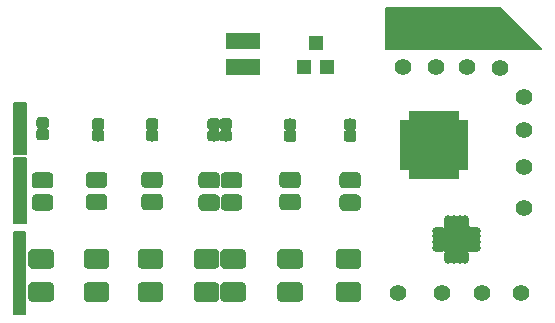
<source format=gbr>
G04 #@! TF.GenerationSoftware,KiCad,Pcbnew,(5.0.0)*
G04 #@! TF.CreationDate,2019-03-07T00:39:03-05:00*
G04 #@! TF.ProjectId,Reflow_Test1,5265666C6F775F54657374312E6B6963,rev?*
G04 #@! TF.SameCoordinates,Original*
G04 #@! TF.FileFunction,Soldermask,Top*
G04 #@! TF.FilePolarity,Negative*
%FSLAX46Y46*%
G04 Gerber Fmt 4.6, Leading zero omitted, Abs format (unit mm)*
G04 Created by KiCad (PCBNEW (5.0.0)) date 03/07/19 00:39:03*
%MOMM*%
%LPD*%
G01*
G04 APERTURE LIST*
%ADD10C,0.150000*%
%ADD11C,0.100000*%
%ADD12C,1.375000*%
%ADD13R,1.200000X1.300000*%
%ADD14C,0.990000*%
%ADD15C,1.650000*%
%ADD16C,1.400000*%
%ADD17O,0.700000X1.150000*%
%ADD18O,1.150000X0.700000*%
%ADD19R,2.200000X2.200000*%
%ADD20R,1.100000X0.650000*%
%ADD21R,0.650000X1.100000*%
%ADD22R,3.850000X3.850000*%
%ADD23R,1.050000X1.460000*%
G04 APERTURE END LIST*
D10*
G36*
X162433000Y-91567000D02*
X149352000Y-91567000D01*
X149352000Y-88138000D01*
X159004000Y-88138000D01*
X162433000Y-91567000D01*
G37*
X162433000Y-91567000D02*
X149352000Y-91567000D01*
X149352000Y-88138000D01*
X159004000Y-88138000D01*
X162433000Y-91567000D01*
G36*
X117856000Y-107061000D02*
X117856000Y-114046000D01*
X118808500Y-114046000D01*
X118808500Y-107061000D01*
X117856000Y-107061000D01*
G37*
X117856000Y-107061000D02*
X117856000Y-114046000D01*
X118808500Y-114046000D01*
X118808500Y-107061000D01*
X117856000Y-107061000D01*
G36*
X117856000Y-100838000D02*
X117856000Y-106299000D01*
X118872000Y-106299000D01*
X118872000Y-100838000D01*
X117856000Y-100838000D01*
G37*
X117856000Y-100838000D02*
X117856000Y-106299000D01*
X118872000Y-106299000D01*
X118872000Y-100838000D01*
X117856000Y-100838000D01*
G36*
X117856000Y-96139000D02*
X117856000Y-100457000D01*
X118872000Y-100457000D01*
X118872000Y-96139000D01*
X117856000Y-96139000D01*
G37*
X117856000Y-96139000D02*
X117856000Y-100457000D01*
X118872000Y-100457000D01*
X118872000Y-96139000D01*
X117856000Y-96139000D01*
D11*
G04 #@! TO.C,R2*
G36*
X120858943Y-102008655D02*
X120892312Y-102013605D01*
X120925035Y-102021802D01*
X120956797Y-102033166D01*
X120987293Y-102047590D01*
X121016227Y-102064932D01*
X121043323Y-102085028D01*
X121068318Y-102107682D01*
X121090972Y-102132677D01*
X121111068Y-102159773D01*
X121128410Y-102188707D01*
X121142834Y-102219203D01*
X121154198Y-102250965D01*
X121162395Y-102283688D01*
X121167345Y-102317057D01*
X121169000Y-102350750D01*
X121169000Y-103038250D01*
X121167345Y-103071943D01*
X121162395Y-103105312D01*
X121154198Y-103138035D01*
X121142834Y-103169797D01*
X121128410Y-103200293D01*
X121111068Y-103229227D01*
X121090972Y-103256323D01*
X121068318Y-103281318D01*
X121043323Y-103303972D01*
X121016227Y-103324068D01*
X120987293Y-103341410D01*
X120956797Y-103355834D01*
X120925035Y-103367198D01*
X120892312Y-103375395D01*
X120858943Y-103380345D01*
X120825250Y-103382000D01*
X119712750Y-103382000D01*
X119679057Y-103380345D01*
X119645688Y-103375395D01*
X119612965Y-103367198D01*
X119581203Y-103355834D01*
X119550707Y-103341410D01*
X119521773Y-103324068D01*
X119494677Y-103303972D01*
X119469682Y-103281318D01*
X119447028Y-103256323D01*
X119426932Y-103229227D01*
X119409590Y-103200293D01*
X119395166Y-103169797D01*
X119383802Y-103138035D01*
X119375605Y-103105312D01*
X119370655Y-103071943D01*
X119369000Y-103038250D01*
X119369000Y-102350750D01*
X119370655Y-102317057D01*
X119375605Y-102283688D01*
X119383802Y-102250965D01*
X119395166Y-102219203D01*
X119409590Y-102188707D01*
X119426932Y-102159773D01*
X119447028Y-102132677D01*
X119469682Y-102107682D01*
X119494677Y-102085028D01*
X119521773Y-102064932D01*
X119550707Y-102047590D01*
X119581203Y-102033166D01*
X119612965Y-102021802D01*
X119645688Y-102013605D01*
X119679057Y-102008655D01*
X119712750Y-102007000D01*
X120825250Y-102007000D01*
X120858943Y-102008655D01*
X120858943Y-102008655D01*
G37*
D12*
X120269000Y-102694500D03*
D11*
G36*
X120858943Y-103883655D02*
X120892312Y-103888605D01*
X120925035Y-103896802D01*
X120956797Y-103908166D01*
X120987293Y-103922590D01*
X121016227Y-103939932D01*
X121043323Y-103960028D01*
X121068318Y-103982682D01*
X121090972Y-104007677D01*
X121111068Y-104034773D01*
X121128410Y-104063707D01*
X121142834Y-104094203D01*
X121154198Y-104125965D01*
X121162395Y-104158688D01*
X121167345Y-104192057D01*
X121169000Y-104225750D01*
X121169000Y-104913250D01*
X121167345Y-104946943D01*
X121162395Y-104980312D01*
X121154198Y-105013035D01*
X121142834Y-105044797D01*
X121128410Y-105075293D01*
X121111068Y-105104227D01*
X121090972Y-105131323D01*
X121068318Y-105156318D01*
X121043323Y-105178972D01*
X121016227Y-105199068D01*
X120987293Y-105216410D01*
X120956797Y-105230834D01*
X120925035Y-105242198D01*
X120892312Y-105250395D01*
X120858943Y-105255345D01*
X120825250Y-105257000D01*
X119712750Y-105257000D01*
X119679057Y-105255345D01*
X119645688Y-105250395D01*
X119612965Y-105242198D01*
X119581203Y-105230834D01*
X119550707Y-105216410D01*
X119521773Y-105199068D01*
X119494677Y-105178972D01*
X119469682Y-105156318D01*
X119447028Y-105131323D01*
X119426932Y-105104227D01*
X119409590Y-105075293D01*
X119395166Y-105044797D01*
X119383802Y-105013035D01*
X119375605Y-104980312D01*
X119370655Y-104946943D01*
X119369000Y-104913250D01*
X119369000Y-104225750D01*
X119370655Y-104192057D01*
X119375605Y-104158688D01*
X119383802Y-104125965D01*
X119395166Y-104094203D01*
X119409590Y-104063707D01*
X119426932Y-104034773D01*
X119447028Y-104007677D01*
X119469682Y-103982682D01*
X119494677Y-103960028D01*
X119521773Y-103939932D01*
X119550707Y-103922590D01*
X119581203Y-103908166D01*
X119612965Y-103896802D01*
X119645688Y-103888605D01*
X119679057Y-103883655D01*
X119712750Y-103882000D01*
X120825250Y-103882000D01*
X120858943Y-103883655D01*
X120858943Y-103883655D01*
G37*
D12*
X120269000Y-104569500D03*
G04 #@! TD*
D13*
G04 #@! TO.C,Q1*
X142433000Y-93075000D03*
X144333000Y-93075000D03*
X143383000Y-91075000D03*
G04 #@! TD*
D11*
G04 #@! TO.C,R1*
G36*
X120565759Y-98312192D02*
X120589785Y-98315756D01*
X120613345Y-98321657D01*
X120636214Y-98329840D01*
X120658171Y-98340224D01*
X120679004Y-98352711D01*
X120698512Y-98367180D01*
X120716509Y-98383491D01*
X120732820Y-98401488D01*
X120747289Y-98420996D01*
X120759776Y-98441829D01*
X120770160Y-98463786D01*
X120778343Y-98486655D01*
X120784244Y-98510215D01*
X120787808Y-98534241D01*
X120789000Y-98558500D01*
X120789000Y-99053500D01*
X120787808Y-99077759D01*
X120784244Y-99101785D01*
X120778343Y-99125345D01*
X120770160Y-99148214D01*
X120759776Y-99170171D01*
X120747289Y-99191004D01*
X120732820Y-99210512D01*
X120716509Y-99228509D01*
X120698512Y-99244820D01*
X120679004Y-99259289D01*
X120658171Y-99271776D01*
X120636214Y-99282160D01*
X120613345Y-99290343D01*
X120589785Y-99296244D01*
X120565759Y-99299808D01*
X120541500Y-99301000D01*
X119996500Y-99301000D01*
X119972241Y-99299808D01*
X119948215Y-99296244D01*
X119924655Y-99290343D01*
X119901786Y-99282160D01*
X119879829Y-99271776D01*
X119858996Y-99259289D01*
X119839488Y-99244820D01*
X119821491Y-99228509D01*
X119805180Y-99210512D01*
X119790711Y-99191004D01*
X119778224Y-99170171D01*
X119767840Y-99148214D01*
X119759657Y-99125345D01*
X119753756Y-99101785D01*
X119750192Y-99077759D01*
X119749000Y-99053500D01*
X119749000Y-98558500D01*
X119750192Y-98534241D01*
X119753756Y-98510215D01*
X119759657Y-98486655D01*
X119767840Y-98463786D01*
X119778224Y-98441829D01*
X119790711Y-98420996D01*
X119805180Y-98401488D01*
X119821491Y-98383491D01*
X119839488Y-98367180D01*
X119858996Y-98352711D01*
X119879829Y-98340224D01*
X119901786Y-98329840D01*
X119924655Y-98321657D01*
X119948215Y-98315756D01*
X119972241Y-98312192D01*
X119996500Y-98311000D01*
X120541500Y-98311000D01*
X120565759Y-98312192D01*
X120565759Y-98312192D01*
G37*
D14*
X120269000Y-98806000D03*
D11*
G36*
X120565759Y-97342192D02*
X120589785Y-97345756D01*
X120613345Y-97351657D01*
X120636214Y-97359840D01*
X120658171Y-97370224D01*
X120679004Y-97382711D01*
X120698512Y-97397180D01*
X120716509Y-97413491D01*
X120732820Y-97431488D01*
X120747289Y-97450996D01*
X120759776Y-97471829D01*
X120770160Y-97493786D01*
X120778343Y-97516655D01*
X120784244Y-97540215D01*
X120787808Y-97564241D01*
X120789000Y-97588500D01*
X120789000Y-98083500D01*
X120787808Y-98107759D01*
X120784244Y-98131785D01*
X120778343Y-98155345D01*
X120770160Y-98178214D01*
X120759776Y-98200171D01*
X120747289Y-98221004D01*
X120732820Y-98240512D01*
X120716509Y-98258509D01*
X120698512Y-98274820D01*
X120679004Y-98289289D01*
X120658171Y-98301776D01*
X120636214Y-98312160D01*
X120613345Y-98320343D01*
X120589785Y-98326244D01*
X120565759Y-98329808D01*
X120541500Y-98331000D01*
X119996500Y-98331000D01*
X119972241Y-98329808D01*
X119948215Y-98326244D01*
X119924655Y-98320343D01*
X119901786Y-98312160D01*
X119879829Y-98301776D01*
X119858996Y-98289289D01*
X119839488Y-98274820D01*
X119821491Y-98258509D01*
X119805180Y-98240512D01*
X119790711Y-98221004D01*
X119778224Y-98200171D01*
X119767840Y-98178214D01*
X119759657Y-98155345D01*
X119753756Y-98131785D01*
X119750192Y-98107759D01*
X119749000Y-98083500D01*
X119749000Y-97588500D01*
X119750192Y-97564241D01*
X119753756Y-97540215D01*
X119759657Y-97516655D01*
X119767840Y-97493786D01*
X119778224Y-97471829D01*
X119790711Y-97450996D01*
X119805180Y-97431488D01*
X119821491Y-97413491D01*
X119839488Y-97397180D01*
X119858996Y-97382711D01*
X119879829Y-97370224D01*
X119901786Y-97359840D01*
X119924655Y-97351657D01*
X119948215Y-97345756D01*
X119972241Y-97342192D01*
X119996500Y-97341000D01*
X120541500Y-97341000D01*
X120565759Y-97342192D01*
X120565759Y-97342192D01*
G37*
D14*
X120269000Y-97836000D03*
G04 #@! TD*
D11*
G04 #@! TO.C,R3*
G36*
X120919346Y-108520589D02*
X120951380Y-108525341D01*
X120982794Y-108533210D01*
X121013286Y-108544120D01*
X121042561Y-108557966D01*
X121070338Y-108574615D01*
X121096350Y-108593907D01*
X121120345Y-108615655D01*
X121142093Y-108639650D01*
X121161385Y-108665662D01*
X121178034Y-108693439D01*
X121191880Y-108722714D01*
X121202790Y-108753206D01*
X121210659Y-108784620D01*
X121215411Y-108816654D01*
X121217000Y-108849000D01*
X121217000Y-109839000D01*
X121215411Y-109871346D01*
X121210659Y-109903380D01*
X121202790Y-109934794D01*
X121191880Y-109965286D01*
X121178034Y-109994561D01*
X121161385Y-110022338D01*
X121142093Y-110048350D01*
X121120345Y-110072345D01*
X121096350Y-110094093D01*
X121070338Y-110113385D01*
X121042561Y-110130034D01*
X121013286Y-110143880D01*
X120982794Y-110154790D01*
X120951380Y-110162659D01*
X120919346Y-110167411D01*
X120887000Y-110169000D01*
X119397000Y-110169000D01*
X119364654Y-110167411D01*
X119332620Y-110162659D01*
X119301206Y-110154790D01*
X119270714Y-110143880D01*
X119241439Y-110130034D01*
X119213662Y-110113385D01*
X119187650Y-110094093D01*
X119163655Y-110072345D01*
X119141907Y-110048350D01*
X119122615Y-110022338D01*
X119105966Y-109994561D01*
X119092120Y-109965286D01*
X119081210Y-109934794D01*
X119073341Y-109903380D01*
X119068589Y-109871346D01*
X119067000Y-109839000D01*
X119067000Y-108849000D01*
X119068589Y-108816654D01*
X119073341Y-108784620D01*
X119081210Y-108753206D01*
X119092120Y-108722714D01*
X119105966Y-108693439D01*
X119122615Y-108665662D01*
X119141907Y-108639650D01*
X119163655Y-108615655D01*
X119187650Y-108593907D01*
X119213662Y-108574615D01*
X119241439Y-108557966D01*
X119270714Y-108544120D01*
X119301206Y-108533210D01*
X119332620Y-108525341D01*
X119364654Y-108520589D01*
X119397000Y-108519000D01*
X120887000Y-108519000D01*
X120919346Y-108520589D01*
X120919346Y-108520589D01*
G37*
D15*
X120142000Y-109344000D03*
D11*
G36*
X120919346Y-111320589D02*
X120951380Y-111325341D01*
X120982794Y-111333210D01*
X121013286Y-111344120D01*
X121042561Y-111357966D01*
X121070338Y-111374615D01*
X121096350Y-111393907D01*
X121120345Y-111415655D01*
X121142093Y-111439650D01*
X121161385Y-111465662D01*
X121178034Y-111493439D01*
X121191880Y-111522714D01*
X121202790Y-111553206D01*
X121210659Y-111584620D01*
X121215411Y-111616654D01*
X121217000Y-111649000D01*
X121217000Y-112639000D01*
X121215411Y-112671346D01*
X121210659Y-112703380D01*
X121202790Y-112734794D01*
X121191880Y-112765286D01*
X121178034Y-112794561D01*
X121161385Y-112822338D01*
X121142093Y-112848350D01*
X121120345Y-112872345D01*
X121096350Y-112894093D01*
X121070338Y-112913385D01*
X121042561Y-112930034D01*
X121013286Y-112943880D01*
X120982794Y-112954790D01*
X120951380Y-112962659D01*
X120919346Y-112967411D01*
X120887000Y-112969000D01*
X119397000Y-112969000D01*
X119364654Y-112967411D01*
X119332620Y-112962659D01*
X119301206Y-112954790D01*
X119270714Y-112943880D01*
X119241439Y-112930034D01*
X119213662Y-112913385D01*
X119187650Y-112894093D01*
X119163655Y-112872345D01*
X119141907Y-112848350D01*
X119122615Y-112822338D01*
X119105966Y-112794561D01*
X119092120Y-112765286D01*
X119081210Y-112734794D01*
X119073341Y-112703380D01*
X119068589Y-112671346D01*
X119067000Y-112639000D01*
X119067000Y-111649000D01*
X119068589Y-111616654D01*
X119073341Y-111584620D01*
X119081210Y-111553206D01*
X119092120Y-111522714D01*
X119105966Y-111493439D01*
X119122615Y-111465662D01*
X119141907Y-111439650D01*
X119163655Y-111415655D01*
X119187650Y-111393907D01*
X119213662Y-111374615D01*
X119241439Y-111357966D01*
X119270714Y-111344120D01*
X119301206Y-111333210D01*
X119332620Y-111325341D01*
X119364654Y-111320589D01*
X119397000Y-111319000D01*
X120887000Y-111319000D01*
X120919346Y-111320589D01*
X120919346Y-111320589D01*
G37*
D15*
X120142000Y-112144000D03*
G04 #@! TD*
D11*
G04 #@! TO.C,R4*
G36*
X125264759Y-97446192D02*
X125288785Y-97449756D01*
X125312345Y-97455657D01*
X125335214Y-97463840D01*
X125357171Y-97474224D01*
X125378004Y-97486711D01*
X125397512Y-97501180D01*
X125415509Y-97517491D01*
X125431820Y-97535488D01*
X125446289Y-97554996D01*
X125458776Y-97575829D01*
X125469160Y-97597786D01*
X125477343Y-97620655D01*
X125483244Y-97644215D01*
X125486808Y-97668241D01*
X125488000Y-97692500D01*
X125488000Y-98187500D01*
X125486808Y-98211759D01*
X125483244Y-98235785D01*
X125477343Y-98259345D01*
X125469160Y-98282214D01*
X125458776Y-98304171D01*
X125446289Y-98325004D01*
X125431820Y-98344512D01*
X125415509Y-98362509D01*
X125397512Y-98378820D01*
X125378004Y-98393289D01*
X125357171Y-98405776D01*
X125335214Y-98416160D01*
X125312345Y-98424343D01*
X125288785Y-98430244D01*
X125264759Y-98433808D01*
X125240500Y-98435000D01*
X124695500Y-98435000D01*
X124671241Y-98433808D01*
X124647215Y-98430244D01*
X124623655Y-98424343D01*
X124600786Y-98416160D01*
X124578829Y-98405776D01*
X124557996Y-98393289D01*
X124538488Y-98378820D01*
X124520491Y-98362509D01*
X124504180Y-98344512D01*
X124489711Y-98325004D01*
X124477224Y-98304171D01*
X124466840Y-98282214D01*
X124458657Y-98259345D01*
X124452756Y-98235785D01*
X124449192Y-98211759D01*
X124448000Y-98187500D01*
X124448000Y-97692500D01*
X124449192Y-97668241D01*
X124452756Y-97644215D01*
X124458657Y-97620655D01*
X124466840Y-97597786D01*
X124477224Y-97575829D01*
X124489711Y-97554996D01*
X124504180Y-97535488D01*
X124520491Y-97517491D01*
X124538488Y-97501180D01*
X124557996Y-97486711D01*
X124578829Y-97474224D01*
X124600786Y-97463840D01*
X124623655Y-97455657D01*
X124647215Y-97449756D01*
X124671241Y-97446192D01*
X124695500Y-97445000D01*
X125240500Y-97445000D01*
X125264759Y-97446192D01*
X125264759Y-97446192D01*
G37*
D14*
X124968000Y-97940000D03*
D11*
G36*
X125264759Y-98416192D02*
X125288785Y-98419756D01*
X125312345Y-98425657D01*
X125335214Y-98433840D01*
X125357171Y-98444224D01*
X125378004Y-98456711D01*
X125397512Y-98471180D01*
X125415509Y-98487491D01*
X125431820Y-98505488D01*
X125446289Y-98524996D01*
X125458776Y-98545829D01*
X125469160Y-98567786D01*
X125477343Y-98590655D01*
X125483244Y-98614215D01*
X125486808Y-98638241D01*
X125488000Y-98662500D01*
X125488000Y-99157500D01*
X125486808Y-99181759D01*
X125483244Y-99205785D01*
X125477343Y-99229345D01*
X125469160Y-99252214D01*
X125458776Y-99274171D01*
X125446289Y-99295004D01*
X125431820Y-99314512D01*
X125415509Y-99332509D01*
X125397512Y-99348820D01*
X125378004Y-99363289D01*
X125357171Y-99375776D01*
X125335214Y-99386160D01*
X125312345Y-99394343D01*
X125288785Y-99400244D01*
X125264759Y-99403808D01*
X125240500Y-99405000D01*
X124695500Y-99405000D01*
X124671241Y-99403808D01*
X124647215Y-99400244D01*
X124623655Y-99394343D01*
X124600786Y-99386160D01*
X124578829Y-99375776D01*
X124557996Y-99363289D01*
X124538488Y-99348820D01*
X124520491Y-99332509D01*
X124504180Y-99314512D01*
X124489711Y-99295004D01*
X124477224Y-99274171D01*
X124466840Y-99252214D01*
X124458657Y-99229345D01*
X124452756Y-99205785D01*
X124449192Y-99181759D01*
X124448000Y-99157500D01*
X124448000Y-98662500D01*
X124449192Y-98638241D01*
X124452756Y-98614215D01*
X124458657Y-98590655D01*
X124466840Y-98567786D01*
X124477224Y-98545829D01*
X124489711Y-98524996D01*
X124504180Y-98505488D01*
X124520491Y-98487491D01*
X124538488Y-98471180D01*
X124557996Y-98456711D01*
X124578829Y-98444224D01*
X124600786Y-98433840D01*
X124623655Y-98425657D01*
X124647215Y-98419756D01*
X124671241Y-98416192D01*
X124695500Y-98415000D01*
X125240500Y-98415000D01*
X125264759Y-98416192D01*
X125264759Y-98416192D01*
G37*
D14*
X124968000Y-98910000D03*
G04 #@! TD*
D11*
G04 #@! TO.C,R5*
G36*
X125430943Y-103835155D02*
X125464312Y-103840105D01*
X125497035Y-103848302D01*
X125528797Y-103859666D01*
X125559293Y-103874090D01*
X125588227Y-103891432D01*
X125615323Y-103911528D01*
X125640318Y-103934182D01*
X125662972Y-103959177D01*
X125683068Y-103986273D01*
X125700410Y-104015207D01*
X125714834Y-104045703D01*
X125726198Y-104077465D01*
X125734395Y-104110188D01*
X125739345Y-104143557D01*
X125741000Y-104177250D01*
X125741000Y-104864750D01*
X125739345Y-104898443D01*
X125734395Y-104931812D01*
X125726198Y-104964535D01*
X125714834Y-104996297D01*
X125700410Y-105026793D01*
X125683068Y-105055727D01*
X125662972Y-105082823D01*
X125640318Y-105107818D01*
X125615323Y-105130472D01*
X125588227Y-105150568D01*
X125559293Y-105167910D01*
X125528797Y-105182334D01*
X125497035Y-105193698D01*
X125464312Y-105201895D01*
X125430943Y-105206845D01*
X125397250Y-105208500D01*
X124284750Y-105208500D01*
X124251057Y-105206845D01*
X124217688Y-105201895D01*
X124184965Y-105193698D01*
X124153203Y-105182334D01*
X124122707Y-105167910D01*
X124093773Y-105150568D01*
X124066677Y-105130472D01*
X124041682Y-105107818D01*
X124019028Y-105082823D01*
X123998932Y-105055727D01*
X123981590Y-105026793D01*
X123967166Y-104996297D01*
X123955802Y-104964535D01*
X123947605Y-104931812D01*
X123942655Y-104898443D01*
X123941000Y-104864750D01*
X123941000Y-104177250D01*
X123942655Y-104143557D01*
X123947605Y-104110188D01*
X123955802Y-104077465D01*
X123967166Y-104045703D01*
X123981590Y-104015207D01*
X123998932Y-103986273D01*
X124019028Y-103959177D01*
X124041682Y-103934182D01*
X124066677Y-103911528D01*
X124093773Y-103891432D01*
X124122707Y-103874090D01*
X124153203Y-103859666D01*
X124184965Y-103848302D01*
X124217688Y-103840105D01*
X124251057Y-103835155D01*
X124284750Y-103833500D01*
X125397250Y-103833500D01*
X125430943Y-103835155D01*
X125430943Y-103835155D01*
G37*
D12*
X124841000Y-104521000D03*
D11*
G36*
X125430943Y-101960155D02*
X125464312Y-101965105D01*
X125497035Y-101973302D01*
X125528797Y-101984666D01*
X125559293Y-101999090D01*
X125588227Y-102016432D01*
X125615323Y-102036528D01*
X125640318Y-102059182D01*
X125662972Y-102084177D01*
X125683068Y-102111273D01*
X125700410Y-102140207D01*
X125714834Y-102170703D01*
X125726198Y-102202465D01*
X125734395Y-102235188D01*
X125739345Y-102268557D01*
X125741000Y-102302250D01*
X125741000Y-102989750D01*
X125739345Y-103023443D01*
X125734395Y-103056812D01*
X125726198Y-103089535D01*
X125714834Y-103121297D01*
X125700410Y-103151793D01*
X125683068Y-103180727D01*
X125662972Y-103207823D01*
X125640318Y-103232818D01*
X125615323Y-103255472D01*
X125588227Y-103275568D01*
X125559293Y-103292910D01*
X125528797Y-103307334D01*
X125497035Y-103318698D01*
X125464312Y-103326895D01*
X125430943Y-103331845D01*
X125397250Y-103333500D01*
X124284750Y-103333500D01*
X124251057Y-103331845D01*
X124217688Y-103326895D01*
X124184965Y-103318698D01*
X124153203Y-103307334D01*
X124122707Y-103292910D01*
X124093773Y-103275568D01*
X124066677Y-103255472D01*
X124041682Y-103232818D01*
X124019028Y-103207823D01*
X123998932Y-103180727D01*
X123981590Y-103151793D01*
X123967166Y-103121297D01*
X123955802Y-103089535D01*
X123947605Y-103056812D01*
X123942655Y-103023443D01*
X123941000Y-102989750D01*
X123941000Y-102302250D01*
X123942655Y-102268557D01*
X123947605Y-102235188D01*
X123955802Y-102202465D01*
X123967166Y-102170703D01*
X123981590Y-102140207D01*
X123998932Y-102111273D01*
X124019028Y-102084177D01*
X124041682Y-102059182D01*
X124066677Y-102036528D01*
X124093773Y-102016432D01*
X124122707Y-101999090D01*
X124153203Y-101984666D01*
X124184965Y-101973302D01*
X124217688Y-101965105D01*
X124251057Y-101960155D01*
X124284750Y-101958500D01*
X125397250Y-101958500D01*
X125430943Y-101960155D01*
X125430943Y-101960155D01*
G37*
D12*
X124841000Y-102646000D03*
G04 #@! TD*
D11*
G04 #@! TO.C,R6*
G36*
X125618346Y-111323589D02*
X125650380Y-111328341D01*
X125681794Y-111336210D01*
X125712286Y-111347120D01*
X125741561Y-111360966D01*
X125769338Y-111377615D01*
X125795350Y-111396907D01*
X125819345Y-111418655D01*
X125841093Y-111442650D01*
X125860385Y-111468662D01*
X125877034Y-111496439D01*
X125890880Y-111525714D01*
X125901790Y-111556206D01*
X125909659Y-111587620D01*
X125914411Y-111619654D01*
X125916000Y-111652000D01*
X125916000Y-112642000D01*
X125914411Y-112674346D01*
X125909659Y-112706380D01*
X125901790Y-112737794D01*
X125890880Y-112768286D01*
X125877034Y-112797561D01*
X125860385Y-112825338D01*
X125841093Y-112851350D01*
X125819345Y-112875345D01*
X125795350Y-112897093D01*
X125769338Y-112916385D01*
X125741561Y-112933034D01*
X125712286Y-112946880D01*
X125681794Y-112957790D01*
X125650380Y-112965659D01*
X125618346Y-112970411D01*
X125586000Y-112972000D01*
X124096000Y-112972000D01*
X124063654Y-112970411D01*
X124031620Y-112965659D01*
X124000206Y-112957790D01*
X123969714Y-112946880D01*
X123940439Y-112933034D01*
X123912662Y-112916385D01*
X123886650Y-112897093D01*
X123862655Y-112875345D01*
X123840907Y-112851350D01*
X123821615Y-112825338D01*
X123804966Y-112797561D01*
X123791120Y-112768286D01*
X123780210Y-112737794D01*
X123772341Y-112706380D01*
X123767589Y-112674346D01*
X123766000Y-112642000D01*
X123766000Y-111652000D01*
X123767589Y-111619654D01*
X123772341Y-111587620D01*
X123780210Y-111556206D01*
X123791120Y-111525714D01*
X123804966Y-111496439D01*
X123821615Y-111468662D01*
X123840907Y-111442650D01*
X123862655Y-111418655D01*
X123886650Y-111396907D01*
X123912662Y-111377615D01*
X123940439Y-111360966D01*
X123969714Y-111347120D01*
X124000206Y-111336210D01*
X124031620Y-111328341D01*
X124063654Y-111323589D01*
X124096000Y-111322000D01*
X125586000Y-111322000D01*
X125618346Y-111323589D01*
X125618346Y-111323589D01*
G37*
D15*
X124841000Y-112147000D03*
D11*
G36*
X125618346Y-108523589D02*
X125650380Y-108528341D01*
X125681794Y-108536210D01*
X125712286Y-108547120D01*
X125741561Y-108560966D01*
X125769338Y-108577615D01*
X125795350Y-108596907D01*
X125819345Y-108618655D01*
X125841093Y-108642650D01*
X125860385Y-108668662D01*
X125877034Y-108696439D01*
X125890880Y-108725714D01*
X125901790Y-108756206D01*
X125909659Y-108787620D01*
X125914411Y-108819654D01*
X125916000Y-108852000D01*
X125916000Y-109842000D01*
X125914411Y-109874346D01*
X125909659Y-109906380D01*
X125901790Y-109937794D01*
X125890880Y-109968286D01*
X125877034Y-109997561D01*
X125860385Y-110025338D01*
X125841093Y-110051350D01*
X125819345Y-110075345D01*
X125795350Y-110097093D01*
X125769338Y-110116385D01*
X125741561Y-110133034D01*
X125712286Y-110146880D01*
X125681794Y-110157790D01*
X125650380Y-110165659D01*
X125618346Y-110170411D01*
X125586000Y-110172000D01*
X124096000Y-110172000D01*
X124063654Y-110170411D01*
X124031620Y-110165659D01*
X124000206Y-110157790D01*
X123969714Y-110146880D01*
X123940439Y-110133034D01*
X123912662Y-110116385D01*
X123886650Y-110097093D01*
X123862655Y-110075345D01*
X123840907Y-110051350D01*
X123821615Y-110025338D01*
X123804966Y-109997561D01*
X123791120Y-109968286D01*
X123780210Y-109937794D01*
X123772341Y-109906380D01*
X123767589Y-109874346D01*
X123766000Y-109842000D01*
X123766000Y-108852000D01*
X123767589Y-108819654D01*
X123772341Y-108787620D01*
X123780210Y-108756206D01*
X123791120Y-108725714D01*
X123804966Y-108696439D01*
X123821615Y-108668662D01*
X123840907Y-108642650D01*
X123862655Y-108618655D01*
X123886650Y-108596907D01*
X123912662Y-108577615D01*
X123940439Y-108560966D01*
X123969714Y-108547120D01*
X124000206Y-108536210D01*
X124031620Y-108528341D01*
X124063654Y-108523589D01*
X124096000Y-108522000D01*
X125586000Y-108522000D01*
X125618346Y-108523589D01*
X125618346Y-108523589D01*
G37*
D15*
X124841000Y-109347000D03*
G04 #@! TD*
D11*
G04 #@! TO.C,R7*
G36*
X129836759Y-98416192D02*
X129860785Y-98419756D01*
X129884345Y-98425657D01*
X129907214Y-98433840D01*
X129929171Y-98444224D01*
X129950004Y-98456711D01*
X129969512Y-98471180D01*
X129987509Y-98487491D01*
X130003820Y-98505488D01*
X130018289Y-98524996D01*
X130030776Y-98545829D01*
X130041160Y-98567786D01*
X130049343Y-98590655D01*
X130055244Y-98614215D01*
X130058808Y-98638241D01*
X130060000Y-98662500D01*
X130060000Y-99157500D01*
X130058808Y-99181759D01*
X130055244Y-99205785D01*
X130049343Y-99229345D01*
X130041160Y-99252214D01*
X130030776Y-99274171D01*
X130018289Y-99295004D01*
X130003820Y-99314512D01*
X129987509Y-99332509D01*
X129969512Y-99348820D01*
X129950004Y-99363289D01*
X129929171Y-99375776D01*
X129907214Y-99386160D01*
X129884345Y-99394343D01*
X129860785Y-99400244D01*
X129836759Y-99403808D01*
X129812500Y-99405000D01*
X129267500Y-99405000D01*
X129243241Y-99403808D01*
X129219215Y-99400244D01*
X129195655Y-99394343D01*
X129172786Y-99386160D01*
X129150829Y-99375776D01*
X129129996Y-99363289D01*
X129110488Y-99348820D01*
X129092491Y-99332509D01*
X129076180Y-99314512D01*
X129061711Y-99295004D01*
X129049224Y-99274171D01*
X129038840Y-99252214D01*
X129030657Y-99229345D01*
X129024756Y-99205785D01*
X129021192Y-99181759D01*
X129020000Y-99157500D01*
X129020000Y-98662500D01*
X129021192Y-98638241D01*
X129024756Y-98614215D01*
X129030657Y-98590655D01*
X129038840Y-98567786D01*
X129049224Y-98545829D01*
X129061711Y-98524996D01*
X129076180Y-98505488D01*
X129092491Y-98487491D01*
X129110488Y-98471180D01*
X129129996Y-98456711D01*
X129150829Y-98444224D01*
X129172786Y-98433840D01*
X129195655Y-98425657D01*
X129219215Y-98419756D01*
X129243241Y-98416192D01*
X129267500Y-98415000D01*
X129812500Y-98415000D01*
X129836759Y-98416192D01*
X129836759Y-98416192D01*
G37*
D14*
X129540000Y-98910000D03*
D11*
G36*
X129836759Y-97446192D02*
X129860785Y-97449756D01*
X129884345Y-97455657D01*
X129907214Y-97463840D01*
X129929171Y-97474224D01*
X129950004Y-97486711D01*
X129969512Y-97501180D01*
X129987509Y-97517491D01*
X130003820Y-97535488D01*
X130018289Y-97554996D01*
X130030776Y-97575829D01*
X130041160Y-97597786D01*
X130049343Y-97620655D01*
X130055244Y-97644215D01*
X130058808Y-97668241D01*
X130060000Y-97692500D01*
X130060000Y-98187500D01*
X130058808Y-98211759D01*
X130055244Y-98235785D01*
X130049343Y-98259345D01*
X130041160Y-98282214D01*
X130030776Y-98304171D01*
X130018289Y-98325004D01*
X130003820Y-98344512D01*
X129987509Y-98362509D01*
X129969512Y-98378820D01*
X129950004Y-98393289D01*
X129929171Y-98405776D01*
X129907214Y-98416160D01*
X129884345Y-98424343D01*
X129860785Y-98430244D01*
X129836759Y-98433808D01*
X129812500Y-98435000D01*
X129267500Y-98435000D01*
X129243241Y-98433808D01*
X129219215Y-98430244D01*
X129195655Y-98424343D01*
X129172786Y-98416160D01*
X129150829Y-98405776D01*
X129129996Y-98393289D01*
X129110488Y-98378820D01*
X129092491Y-98362509D01*
X129076180Y-98344512D01*
X129061711Y-98325004D01*
X129049224Y-98304171D01*
X129038840Y-98282214D01*
X129030657Y-98259345D01*
X129024756Y-98235785D01*
X129021192Y-98211759D01*
X129020000Y-98187500D01*
X129020000Y-97692500D01*
X129021192Y-97668241D01*
X129024756Y-97644215D01*
X129030657Y-97620655D01*
X129038840Y-97597786D01*
X129049224Y-97575829D01*
X129061711Y-97554996D01*
X129076180Y-97535488D01*
X129092491Y-97517491D01*
X129110488Y-97501180D01*
X129129996Y-97486711D01*
X129150829Y-97474224D01*
X129172786Y-97463840D01*
X129195655Y-97455657D01*
X129219215Y-97449756D01*
X129243241Y-97446192D01*
X129267500Y-97445000D01*
X129812500Y-97445000D01*
X129836759Y-97446192D01*
X129836759Y-97446192D01*
G37*
D14*
X129540000Y-97940000D03*
G04 #@! TD*
D11*
G04 #@! TO.C,R8*
G36*
X130129943Y-101960155D02*
X130163312Y-101965105D01*
X130196035Y-101973302D01*
X130227797Y-101984666D01*
X130258293Y-101999090D01*
X130287227Y-102016432D01*
X130314323Y-102036528D01*
X130339318Y-102059182D01*
X130361972Y-102084177D01*
X130382068Y-102111273D01*
X130399410Y-102140207D01*
X130413834Y-102170703D01*
X130425198Y-102202465D01*
X130433395Y-102235188D01*
X130438345Y-102268557D01*
X130440000Y-102302250D01*
X130440000Y-102989750D01*
X130438345Y-103023443D01*
X130433395Y-103056812D01*
X130425198Y-103089535D01*
X130413834Y-103121297D01*
X130399410Y-103151793D01*
X130382068Y-103180727D01*
X130361972Y-103207823D01*
X130339318Y-103232818D01*
X130314323Y-103255472D01*
X130287227Y-103275568D01*
X130258293Y-103292910D01*
X130227797Y-103307334D01*
X130196035Y-103318698D01*
X130163312Y-103326895D01*
X130129943Y-103331845D01*
X130096250Y-103333500D01*
X128983750Y-103333500D01*
X128950057Y-103331845D01*
X128916688Y-103326895D01*
X128883965Y-103318698D01*
X128852203Y-103307334D01*
X128821707Y-103292910D01*
X128792773Y-103275568D01*
X128765677Y-103255472D01*
X128740682Y-103232818D01*
X128718028Y-103207823D01*
X128697932Y-103180727D01*
X128680590Y-103151793D01*
X128666166Y-103121297D01*
X128654802Y-103089535D01*
X128646605Y-103056812D01*
X128641655Y-103023443D01*
X128640000Y-102989750D01*
X128640000Y-102302250D01*
X128641655Y-102268557D01*
X128646605Y-102235188D01*
X128654802Y-102202465D01*
X128666166Y-102170703D01*
X128680590Y-102140207D01*
X128697932Y-102111273D01*
X128718028Y-102084177D01*
X128740682Y-102059182D01*
X128765677Y-102036528D01*
X128792773Y-102016432D01*
X128821707Y-101999090D01*
X128852203Y-101984666D01*
X128883965Y-101973302D01*
X128916688Y-101965105D01*
X128950057Y-101960155D01*
X128983750Y-101958500D01*
X130096250Y-101958500D01*
X130129943Y-101960155D01*
X130129943Y-101960155D01*
G37*
D12*
X129540000Y-102646000D03*
D11*
G36*
X130129943Y-103835155D02*
X130163312Y-103840105D01*
X130196035Y-103848302D01*
X130227797Y-103859666D01*
X130258293Y-103874090D01*
X130287227Y-103891432D01*
X130314323Y-103911528D01*
X130339318Y-103934182D01*
X130361972Y-103959177D01*
X130382068Y-103986273D01*
X130399410Y-104015207D01*
X130413834Y-104045703D01*
X130425198Y-104077465D01*
X130433395Y-104110188D01*
X130438345Y-104143557D01*
X130440000Y-104177250D01*
X130440000Y-104864750D01*
X130438345Y-104898443D01*
X130433395Y-104931812D01*
X130425198Y-104964535D01*
X130413834Y-104996297D01*
X130399410Y-105026793D01*
X130382068Y-105055727D01*
X130361972Y-105082823D01*
X130339318Y-105107818D01*
X130314323Y-105130472D01*
X130287227Y-105150568D01*
X130258293Y-105167910D01*
X130227797Y-105182334D01*
X130196035Y-105193698D01*
X130163312Y-105201895D01*
X130129943Y-105206845D01*
X130096250Y-105208500D01*
X128983750Y-105208500D01*
X128950057Y-105206845D01*
X128916688Y-105201895D01*
X128883965Y-105193698D01*
X128852203Y-105182334D01*
X128821707Y-105167910D01*
X128792773Y-105150568D01*
X128765677Y-105130472D01*
X128740682Y-105107818D01*
X128718028Y-105082823D01*
X128697932Y-105055727D01*
X128680590Y-105026793D01*
X128666166Y-104996297D01*
X128654802Y-104964535D01*
X128646605Y-104931812D01*
X128641655Y-104898443D01*
X128640000Y-104864750D01*
X128640000Y-104177250D01*
X128641655Y-104143557D01*
X128646605Y-104110188D01*
X128654802Y-104077465D01*
X128666166Y-104045703D01*
X128680590Y-104015207D01*
X128697932Y-103986273D01*
X128718028Y-103959177D01*
X128740682Y-103934182D01*
X128765677Y-103911528D01*
X128792773Y-103891432D01*
X128821707Y-103874090D01*
X128852203Y-103859666D01*
X128883965Y-103848302D01*
X128916688Y-103840105D01*
X128950057Y-103835155D01*
X128983750Y-103833500D01*
X130096250Y-103833500D01*
X130129943Y-103835155D01*
X130129943Y-103835155D01*
G37*
D12*
X129540000Y-104521000D03*
G04 #@! TD*
D11*
G04 #@! TO.C,R9*
G36*
X130190346Y-111320589D02*
X130222380Y-111325341D01*
X130253794Y-111333210D01*
X130284286Y-111344120D01*
X130313561Y-111357966D01*
X130341338Y-111374615D01*
X130367350Y-111393907D01*
X130391345Y-111415655D01*
X130413093Y-111439650D01*
X130432385Y-111465662D01*
X130449034Y-111493439D01*
X130462880Y-111522714D01*
X130473790Y-111553206D01*
X130481659Y-111584620D01*
X130486411Y-111616654D01*
X130488000Y-111649000D01*
X130488000Y-112639000D01*
X130486411Y-112671346D01*
X130481659Y-112703380D01*
X130473790Y-112734794D01*
X130462880Y-112765286D01*
X130449034Y-112794561D01*
X130432385Y-112822338D01*
X130413093Y-112848350D01*
X130391345Y-112872345D01*
X130367350Y-112894093D01*
X130341338Y-112913385D01*
X130313561Y-112930034D01*
X130284286Y-112943880D01*
X130253794Y-112954790D01*
X130222380Y-112962659D01*
X130190346Y-112967411D01*
X130158000Y-112969000D01*
X128668000Y-112969000D01*
X128635654Y-112967411D01*
X128603620Y-112962659D01*
X128572206Y-112954790D01*
X128541714Y-112943880D01*
X128512439Y-112930034D01*
X128484662Y-112913385D01*
X128458650Y-112894093D01*
X128434655Y-112872345D01*
X128412907Y-112848350D01*
X128393615Y-112822338D01*
X128376966Y-112794561D01*
X128363120Y-112765286D01*
X128352210Y-112734794D01*
X128344341Y-112703380D01*
X128339589Y-112671346D01*
X128338000Y-112639000D01*
X128338000Y-111649000D01*
X128339589Y-111616654D01*
X128344341Y-111584620D01*
X128352210Y-111553206D01*
X128363120Y-111522714D01*
X128376966Y-111493439D01*
X128393615Y-111465662D01*
X128412907Y-111439650D01*
X128434655Y-111415655D01*
X128458650Y-111393907D01*
X128484662Y-111374615D01*
X128512439Y-111357966D01*
X128541714Y-111344120D01*
X128572206Y-111333210D01*
X128603620Y-111325341D01*
X128635654Y-111320589D01*
X128668000Y-111319000D01*
X130158000Y-111319000D01*
X130190346Y-111320589D01*
X130190346Y-111320589D01*
G37*
D15*
X129413000Y-112144000D03*
D11*
G36*
X130190346Y-108520589D02*
X130222380Y-108525341D01*
X130253794Y-108533210D01*
X130284286Y-108544120D01*
X130313561Y-108557966D01*
X130341338Y-108574615D01*
X130367350Y-108593907D01*
X130391345Y-108615655D01*
X130413093Y-108639650D01*
X130432385Y-108665662D01*
X130449034Y-108693439D01*
X130462880Y-108722714D01*
X130473790Y-108753206D01*
X130481659Y-108784620D01*
X130486411Y-108816654D01*
X130488000Y-108849000D01*
X130488000Y-109839000D01*
X130486411Y-109871346D01*
X130481659Y-109903380D01*
X130473790Y-109934794D01*
X130462880Y-109965286D01*
X130449034Y-109994561D01*
X130432385Y-110022338D01*
X130413093Y-110048350D01*
X130391345Y-110072345D01*
X130367350Y-110094093D01*
X130341338Y-110113385D01*
X130313561Y-110130034D01*
X130284286Y-110143880D01*
X130253794Y-110154790D01*
X130222380Y-110162659D01*
X130190346Y-110167411D01*
X130158000Y-110169000D01*
X128668000Y-110169000D01*
X128635654Y-110167411D01*
X128603620Y-110162659D01*
X128572206Y-110154790D01*
X128541714Y-110143880D01*
X128512439Y-110130034D01*
X128484662Y-110113385D01*
X128458650Y-110094093D01*
X128434655Y-110072345D01*
X128412907Y-110048350D01*
X128393615Y-110022338D01*
X128376966Y-109994561D01*
X128363120Y-109965286D01*
X128352210Y-109934794D01*
X128344341Y-109903380D01*
X128339589Y-109871346D01*
X128338000Y-109839000D01*
X128338000Y-108849000D01*
X128339589Y-108816654D01*
X128344341Y-108784620D01*
X128352210Y-108753206D01*
X128363120Y-108722714D01*
X128376966Y-108693439D01*
X128393615Y-108665662D01*
X128412907Y-108639650D01*
X128434655Y-108615655D01*
X128458650Y-108593907D01*
X128484662Y-108574615D01*
X128512439Y-108557966D01*
X128541714Y-108544120D01*
X128572206Y-108533210D01*
X128603620Y-108525341D01*
X128635654Y-108520589D01*
X128668000Y-108519000D01*
X130158000Y-108519000D01*
X130190346Y-108520589D01*
X130190346Y-108520589D01*
G37*
D15*
X129413000Y-109344000D03*
G04 #@! TD*
D11*
G04 #@! TO.C,R10*
G36*
X135043759Y-97446192D02*
X135067785Y-97449756D01*
X135091345Y-97455657D01*
X135114214Y-97463840D01*
X135136171Y-97474224D01*
X135157004Y-97486711D01*
X135176512Y-97501180D01*
X135194509Y-97517491D01*
X135210820Y-97535488D01*
X135225289Y-97554996D01*
X135237776Y-97575829D01*
X135248160Y-97597786D01*
X135256343Y-97620655D01*
X135262244Y-97644215D01*
X135265808Y-97668241D01*
X135267000Y-97692500D01*
X135267000Y-98187500D01*
X135265808Y-98211759D01*
X135262244Y-98235785D01*
X135256343Y-98259345D01*
X135248160Y-98282214D01*
X135237776Y-98304171D01*
X135225289Y-98325004D01*
X135210820Y-98344512D01*
X135194509Y-98362509D01*
X135176512Y-98378820D01*
X135157004Y-98393289D01*
X135136171Y-98405776D01*
X135114214Y-98416160D01*
X135091345Y-98424343D01*
X135067785Y-98430244D01*
X135043759Y-98433808D01*
X135019500Y-98435000D01*
X134474500Y-98435000D01*
X134450241Y-98433808D01*
X134426215Y-98430244D01*
X134402655Y-98424343D01*
X134379786Y-98416160D01*
X134357829Y-98405776D01*
X134336996Y-98393289D01*
X134317488Y-98378820D01*
X134299491Y-98362509D01*
X134283180Y-98344512D01*
X134268711Y-98325004D01*
X134256224Y-98304171D01*
X134245840Y-98282214D01*
X134237657Y-98259345D01*
X134231756Y-98235785D01*
X134228192Y-98211759D01*
X134227000Y-98187500D01*
X134227000Y-97692500D01*
X134228192Y-97668241D01*
X134231756Y-97644215D01*
X134237657Y-97620655D01*
X134245840Y-97597786D01*
X134256224Y-97575829D01*
X134268711Y-97554996D01*
X134283180Y-97535488D01*
X134299491Y-97517491D01*
X134317488Y-97501180D01*
X134336996Y-97486711D01*
X134357829Y-97474224D01*
X134379786Y-97463840D01*
X134402655Y-97455657D01*
X134426215Y-97449756D01*
X134450241Y-97446192D01*
X134474500Y-97445000D01*
X135019500Y-97445000D01*
X135043759Y-97446192D01*
X135043759Y-97446192D01*
G37*
D14*
X134747000Y-97940000D03*
D11*
G36*
X135043759Y-98416192D02*
X135067785Y-98419756D01*
X135091345Y-98425657D01*
X135114214Y-98433840D01*
X135136171Y-98444224D01*
X135157004Y-98456711D01*
X135176512Y-98471180D01*
X135194509Y-98487491D01*
X135210820Y-98505488D01*
X135225289Y-98524996D01*
X135237776Y-98545829D01*
X135248160Y-98567786D01*
X135256343Y-98590655D01*
X135262244Y-98614215D01*
X135265808Y-98638241D01*
X135267000Y-98662500D01*
X135267000Y-99157500D01*
X135265808Y-99181759D01*
X135262244Y-99205785D01*
X135256343Y-99229345D01*
X135248160Y-99252214D01*
X135237776Y-99274171D01*
X135225289Y-99295004D01*
X135210820Y-99314512D01*
X135194509Y-99332509D01*
X135176512Y-99348820D01*
X135157004Y-99363289D01*
X135136171Y-99375776D01*
X135114214Y-99386160D01*
X135091345Y-99394343D01*
X135067785Y-99400244D01*
X135043759Y-99403808D01*
X135019500Y-99405000D01*
X134474500Y-99405000D01*
X134450241Y-99403808D01*
X134426215Y-99400244D01*
X134402655Y-99394343D01*
X134379786Y-99386160D01*
X134357829Y-99375776D01*
X134336996Y-99363289D01*
X134317488Y-99348820D01*
X134299491Y-99332509D01*
X134283180Y-99314512D01*
X134268711Y-99295004D01*
X134256224Y-99274171D01*
X134245840Y-99252214D01*
X134237657Y-99229345D01*
X134231756Y-99205785D01*
X134228192Y-99181759D01*
X134227000Y-99157500D01*
X134227000Y-98662500D01*
X134228192Y-98638241D01*
X134231756Y-98614215D01*
X134237657Y-98590655D01*
X134245840Y-98567786D01*
X134256224Y-98545829D01*
X134268711Y-98524996D01*
X134283180Y-98505488D01*
X134299491Y-98487491D01*
X134317488Y-98471180D01*
X134336996Y-98456711D01*
X134357829Y-98444224D01*
X134379786Y-98433840D01*
X134402655Y-98425657D01*
X134426215Y-98419756D01*
X134450241Y-98416192D01*
X134474500Y-98415000D01*
X135019500Y-98415000D01*
X135043759Y-98416192D01*
X135043759Y-98416192D01*
G37*
D14*
X134747000Y-98910000D03*
G04 #@! TD*
D11*
G04 #@! TO.C,R11*
G36*
X134955943Y-103883655D02*
X134989312Y-103888605D01*
X135022035Y-103896802D01*
X135053797Y-103908166D01*
X135084293Y-103922590D01*
X135113227Y-103939932D01*
X135140323Y-103960028D01*
X135165318Y-103982682D01*
X135187972Y-104007677D01*
X135208068Y-104034773D01*
X135225410Y-104063707D01*
X135239834Y-104094203D01*
X135251198Y-104125965D01*
X135259395Y-104158688D01*
X135264345Y-104192057D01*
X135266000Y-104225750D01*
X135266000Y-104913250D01*
X135264345Y-104946943D01*
X135259395Y-104980312D01*
X135251198Y-105013035D01*
X135239834Y-105044797D01*
X135225410Y-105075293D01*
X135208068Y-105104227D01*
X135187972Y-105131323D01*
X135165318Y-105156318D01*
X135140323Y-105178972D01*
X135113227Y-105199068D01*
X135084293Y-105216410D01*
X135053797Y-105230834D01*
X135022035Y-105242198D01*
X134989312Y-105250395D01*
X134955943Y-105255345D01*
X134922250Y-105257000D01*
X133809750Y-105257000D01*
X133776057Y-105255345D01*
X133742688Y-105250395D01*
X133709965Y-105242198D01*
X133678203Y-105230834D01*
X133647707Y-105216410D01*
X133618773Y-105199068D01*
X133591677Y-105178972D01*
X133566682Y-105156318D01*
X133544028Y-105131323D01*
X133523932Y-105104227D01*
X133506590Y-105075293D01*
X133492166Y-105044797D01*
X133480802Y-105013035D01*
X133472605Y-104980312D01*
X133467655Y-104946943D01*
X133466000Y-104913250D01*
X133466000Y-104225750D01*
X133467655Y-104192057D01*
X133472605Y-104158688D01*
X133480802Y-104125965D01*
X133492166Y-104094203D01*
X133506590Y-104063707D01*
X133523932Y-104034773D01*
X133544028Y-104007677D01*
X133566682Y-103982682D01*
X133591677Y-103960028D01*
X133618773Y-103939932D01*
X133647707Y-103922590D01*
X133678203Y-103908166D01*
X133709965Y-103896802D01*
X133742688Y-103888605D01*
X133776057Y-103883655D01*
X133809750Y-103882000D01*
X134922250Y-103882000D01*
X134955943Y-103883655D01*
X134955943Y-103883655D01*
G37*
D12*
X134366000Y-104569500D03*
D11*
G36*
X134955943Y-102008655D02*
X134989312Y-102013605D01*
X135022035Y-102021802D01*
X135053797Y-102033166D01*
X135084293Y-102047590D01*
X135113227Y-102064932D01*
X135140323Y-102085028D01*
X135165318Y-102107682D01*
X135187972Y-102132677D01*
X135208068Y-102159773D01*
X135225410Y-102188707D01*
X135239834Y-102219203D01*
X135251198Y-102250965D01*
X135259395Y-102283688D01*
X135264345Y-102317057D01*
X135266000Y-102350750D01*
X135266000Y-103038250D01*
X135264345Y-103071943D01*
X135259395Y-103105312D01*
X135251198Y-103138035D01*
X135239834Y-103169797D01*
X135225410Y-103200293D01*
X135208068Y-103229227D01*
X135187972Y-103256323D01*
X135165318Y-103281318D01*
X135140323Y-103303972D01*
X135113227Y-103324068D01*
X135084293Y-103341410D01*
X135053797Y-103355834D01*
X135022035Y-103367198D01*
X134989312Y-103375395D01*
X134955943Y-103380345D01*
X134922250Y-103382000D01*
X133809750Y-103382000D01*
X133776057Y-103380345D01*
X133742688Y-103375395D01*
X133709965Y-103367198D01*
X133678203Y-103355834D01*
X133647707Y-103341410D01*
X133618773Y-103324068D01*
X133591677Y-103303972D01*
X133566682Y-103281318D01*
X133544028Y-103256323D01*
X133523932Y-103229227D01*
X133506590Y-103200293D01*
X133492166Y-103169797D01*
X133480802Y-103138035D01*
X133472605Y-103105312D01*
X133467655Y-103071943D01*
X133466000Y-103038250D01*
X133466000Y-102350750D01*
X133467655Y-102317057D01*
X133472605Y-102283688D01*
X133480802Y-102250965D01*
X133492166Y-102219203D01*
X133506590Y-102188707D01*
X133523932Y-102159773D01*
X133544028Y-102132677D01*
X133566682Y-102107682D01*
X133591677Y-102085028D01*
X133618773Y-102064932D01*
X133647707Y-102047590D01*
X133678203Y-102033166D01*
X133709965Y-102021802D01*
X133742688Y-102013605D01*
X133776057Y-102008655D01*
X133809750Y-102007000D01*
X134922250Y-102007000D01*
X134955943Y-102008655D01*
X134955943Y-102008655D01*
G37*
D12*
X134366000Y-102694500D03*
G04 #@! TD*
D11*
G04 #@! TO.C,R12*
G36*
X137175346Y-108520589D02*
X137207380Y-108525341D01*
X137238794Y-108533210D01*
X137269286Y-108544120D01*
X137298561Y-108557966D01*
X137326338Y-108574615D01*
X137352350Y-108593907D01*
X137376345Y-108615655D01*
X137398093Y-108639650D01*
X137417385Y-108665662D01*
X137434034Y-108693439D01*
X137447880Y-108722714D01*
X137458790Y-108753206D01*
X137466659Y-108784620D01*
X137471411Y-108816654D01*
X137473000Y-108849000D01*
X137473000Y-109839000D01*
X137471411Y-109871346D01*
X137466659Y-109903380D01*
X137458790Y-109934794D01*
X137447880Y-109965286D01*
X137434034Y-109994561D01*
X137417385Y-110022338D01*
X137398093Y-110048350D01*
X137376345Y-110072345D01*
X137352350Y-110094093D01*
X137326338Y-110113385D01*
X137298561Y-110130034D01*
X137269286Y-110143880D01*
X137238794Y-110154790D01*
X137207380Y-110162659D01*
X137175346Y-110167411D01*
X137143000Y-110169000D01*
X135653000Y-110169000D01*
X135620654Y-110167411D01*
X135588620Y-110162659D01*
X135557206Y-110154790D01*
X135526714Y-110143880D01*
X135497439Y-110130034D01*
X135469662Y-110113385D01*
X135443650Y-110094093D01*
X135419655Y-110072345D01*
X135397907Y-110048350D01*
X135378615Y-110022338D01*
X135361966Y-109994561D01*
X135348120Y-109965286D01*
X135337210Y-109934794D01*
X135329341Y-109903380D01*
X135324589Y-109871346D01*
X135323000Y-109839000D01*
X135323000Y-108849000D01*
X135324589Y-108816654D01*
X135329341Y-108784620D01*
X135337210Y-108753206D01*
X135348120Y-108722714D01*
X135361966Y-108693439D01*
X135378615Y-108665662D01*
X135397907Y-108639650D01*
X135419655Y-108615655D01*
X135443650Y-108593907D01*
X135469662Y-108574615D01*
X135497439Y-108557966D01*
X135526714Y-108544120D01*
X135557206Y-108533210D01*
X135588620Y-108525341D01*
X135620654Y-108520589D01*
X135653000Y-108519000D01*
X137143000Y-108519000D01*
X137175346Y-108520589D01*
X137175346Y-108520589D01*
G37*
D15*
X136398000Y-109344000D03*
D11*
G36*
X137175346Y-111320589D02*
X137207380Y-111325341D01*
X137238794Y-111333210D01*
X137269286Y-111344120D01*
X137298561Y-111357966D01*
X137326338Y-111374615D01*
X137352350Y-111393907D01*
X137376345Y-111415655D01*
X137398093Y-111439650D01*
X137417385Y-111465662D01*
X137434034Y-111493439D01*
X137447880Y-111522714D01*
X137458790Y-111553206D01*
X137466659Y-111584620D01*
X137471411Y-111616654D01*
X137473000Y-111649000D01*
X137473000Y-112639000D01*
X137471411Y-112671346D01*
X137466659Y-112703380D01*
X137458790Y-112734794D01*
X137447880Y-112765286D01*
X137434034Y-112794561D01*
X137417385Y-112822338D01*
X137398093Y-112848350D01*
X137376345Y-112872345D01*
X137352350Y-112894093D01*
X137326338Y-112913385D01*
X137298561Y-112930034D01*
X137269286Y-112943880D01*
X137238794Y-112954790D01*
X137207380Y-112962659D01*
X137175346Y-112967411D01*
X137143000Y-112969000D01*
X135653000Y-112969000D01*
X135620654Y-112967411D01*
X135588620Y-112962659D01*
X135557206Y-112954790D01*
X135526714Y-112943880D01*
X135497439Y-112930034D01*
X135469662Y-112913385D01*
X135443650Y-112894093D01*
X135419655Y-112872345D01*
X135397907Y-112848350D01*
X135378615Y-112822338D01*
X135361966Y-112794561D01*
X135348120Y-112765286D01*
X135337210Y-112734794D01*
X135329341Y-112703380D01*
X135324589Y-112671346D01*
X135323000Y-112639000D01*
X135323000Y-111649000D01*
X135324589Y-111616654D01*
X135329341Y-111584620D01*
X135337210Y-111553206D01*
X135348120Y-111522714D01*
X135361966Y-111493439D01*
X135378615Y-111465662D01*
X135397907Y-111439650D01*
X135419655Y-111415655D01*
X135443650Y-111393907D01*
X135469662Y-111374615D01*
X135497439Y-111357966D01*
X135526714Y-111344120D01*
X135557206Y-111333210D01*
X135588620Y-111325341D01*
X135620654Y-111320589D01*
X135653000Y-111319000D01*
X137143000Y-111319000D01*
X137175346Y-111320589D01*
X137175346Y-111320589D01*
G37*
D15*
X136398000Y-112144000D03*
G04 #@! TD*
D11*
G04 #@! TO.C,R13*
G36*
X136059759Y-98416192D02*
X136083785Y-98419756D01*
X136107345Y-98425657D01*
X136130214Y-98433840D01*
X136152171Y-98444224D01*
X136173004Y-98456711D01*
X136192512Y-98471180D01*
X136210509Y-98487491D01*
X136226820Y-98505488D01*
X136241289Y-98524996D01*
X136253776Y-98545829D01*
X136264160Y-98567786D01*
X136272343Y-98590655D01*
X136278244Y-98614215D01*
X136281808Y-98638241D01*
X136283000Y-98662500D01*
X136283000Y-99157500D01*
X136281808Y-99181759D01*
X136278244Y-99205785D01*
X136272343Y-99229345D01*
X136264160Y-99252214D01*
X136253776Y-99274171D01*
X136241289Y-99295004D01*
X136226820Y-99314512D01*
X136210509Y-99332509D01*
X136192512Y-99348820D01*
X136173004Y-99363289D01*
X136152171Y-99375776D01*
X136130214Y-99386160D01*
X136107345Y-99394343D01*
X136083785Y-99400244D01*
X136059759Y-99403808D01*
X136035500Y-99405000D01*
X135490500Y-99405000D01*
X135466241Y-99403808D01*
X135442215Y-99400244D01*
X135418655Y-99394343D01*
X135395786Y-99386160D01*
X135373829Y-99375776D01*
X135352996Y-99363289D01*
X135333488Y-99348820D01*
X135315491Y-99332509D01*
X135299180Y-99314512D01*
X135284711Y-99295004D01*
X135272224Y-99274171D01*
X135261840Y-99252214D01*
X135253657Y-99229345D01*
X135247756Y-99205785D01*
X135244192Y-99181759D01*
X135243000Y-99157500D01*
X135243000Y-98662500D01*
X135244192Y-98638241D01*
X135247756Y-98614215D01*
X135253657Y-98590655D01*
X135261840Y-98567786D01*
X135272224Y-98545829D01*
X135284711Y-98524996D01*
X135299180Y-98505488D01*
X135315491Y-98487491D01*
X135333488Y-98471180D01*
X135352996Y-98456711D01*
X135373829Y-98444224D01*
X135395786Y-98433840D01*
X135418655Y-98425657D01*
X135442215Y-98419756D01*
X135466241Y-98416192D01*
X135490500Y-98415000D01*
X136035500Y-98415000D01*
X136059759Y-98416192D01*
X136059759Y-98416192D01*
G37*
D14*
X135763000Y-98910000D03*
D11*
G36*
X136059759Y-97446192D02*
X136083785Y-97449756D01*
X136107345Y-97455657D01*
X136130214Y-97463840D01*
X136152171Y-97474224D01*
X136173004Y-97486711D01*
X136192512Y-97501180D01*
X136210509Y-97517491D01*
X136226820Y-97535488D01*
X136241289Y-97554996D01*
X136253776Y-97575829D01*
X136264160Y-97597786D01*
X136272343Y-97620655D01*
X136278244Y-97644215D01*
X136281808Y-97668241D01*
X136283000Y-97692500D01*
X136283000Y-98187500D01*
X136281808Y-98211759D01*
X136278244Y-98235785D01*
X136272343Y-98259345D01*
X136264160Y-98282214D01*
X136253776Y-98304171D01*
X136241289Y-98325004D01*
X136226820Y-98344512D01*
X136210509Y-98362509D01*
X136192512Y-98378820D01*
X136173004Y-98393289D01*
X136152171Y-98405776D01*
X136130214Y-98416160D01*
X136107345Y-98424343D01*
X136083785Y-98430244D01*
X136059759Y-98433808D01*
X136035500Y-98435000D01*
X135490500Y-98435000D01*
X135466241Y-98433808D01*
X135442215Y-98430244D01*
X135418655Y-98424343D01*
X135395786Y-98416160D01*
X135373829Y-98405776D01*
X135352996Y-98393289D01*
X135333488Y-98378820D01*
X135315491Y-98362509D01*
X135299180Y-98344512D01*
X135284711Y-98325004D01*
X135272224Y-98304171D01*
X135261840Y-98282214D01*
X135253657Y-98259345D01*
X135247756Y-98235785D01*
X135244192Y-98211759D01*
X135243000Y-98187500D01*
X135243000Y-97692500D01*
X135244192Y-97668241D01*
X135247756Y-97644215D01*
X135253657Y-97620655D01*
X135261840Y-97597786D01*
X135272224Y-97575829D01*
X135284711Y-97554996D01*
X135299180Y-97535488D01*
X135315491Y-97517491D01*
X135333488Y-97501180D01*
X135352996Y-97486711D01*
X135373829Y-97474224D01*
X135395786Y-97463840D01*
X135418655Y-97455657D01*
X135442215Y-97449756D01*
X135466241Y-97446192D01*
X135490500Y-97445000D01*
X136035500Y-97445000D01*
X136059759Y-97446192D01*
X136059759Y-97446192D01*
G37*
D14*
X135763000Y-97940000D03*
G04 #@! TD*
D11*
G04 #@! TO.C,R14*
G36*
X136860943Y-103883655D02*
X136894312Y-103888605D01*
X136927035Y-103896802D01*
X136958797Y-103908166D01*
X136989293Y-103922590D01*
X137018227Y-103939932D01*
X137045323Y-103960028D01*
X137070318Y-103982682D01*
X137092972Y-104007677D01*
X137113068Y-104034773D01*
X137130410Y-104063707D01*
X137144834Y-104094203D01*
X137156198Y-104125965D01*
X137164395Y-104158688D01*
X137169345Y-104192057D01*
X137171000Y-104225750D01*
X137171000Y-104913250D01*
X137169345Y-104946943D01*
X137164395Y-104980312D01*
X137156198Y-105013035D01*
X137144834Y-105044797D01*
X137130410Y-105075293D01*
X137113068Y-105104227D01*
X137092972Y-105131323D01*
X137070318Y-105156318D01*
X137045323Y-105178972D01*
X137018227Y-105199068D01*
X136989293Y-105216410D01*
X136958797Y-105230834D01*
X136927035Y-105242198D01*
X136894312Y-105250395D01*
X136860943Y-105255345D01*
X136827250Y-105257000D01*
X135714750Y-105257000D01*
X135681057Y-105255345D01*
X135647688Y-105250395D01*
X135614965Y-105242198D01*
X135583203Y-105230834D01*
X135552707Y-105216410D01*
X135523773Y-105199068D01*
X135496677Y-105178972D01*
X135471682Y-105156318D01*
X135449028Y-105131323D01*
X135428932Y-105104227D01*
X135411590Y-105075293D01*
X135397166Y-105044797D01*
X135385802Y-105013035D01*
X135377605Y-104980312D01*
X135372655Y-104946943D01*
X135371000Y-104913250D01*
X135371000Y-104225750D01*
X135372655Y-104192057D01*
X135377605Y-104158688D01*
X135385802Y-104125965D01*
X135397166Y-104094203D01*
X135411590Y-104063707D01*
X135428932Y-104034773D01*
X135449028Y-104007677D01*
X135471682Y-103982682D01*
X135496677Y-103960028D01*
X135523773Y-103939932D01*
X135552707Y-103922590D01*
X135583203Y-103908166D01*
X135614965Y-103896802D01*
X135647688Y-103888605D01*
X135681057Y-103883655D01*
X135714750Y-103882000D01*
X136827250Y-103882000D01*
X136860943Y-103883655D01*
X136860943Y-103883655D01*
G37*
D12*
X136271000Y-104569500D03*
D11*
G36*
X136860943Y-102008655D02*
X136894312Y-102013605D01*
X136927035Y-102021802D01*
X136958797Y-102033166D01*
X136989293Y-102047590D01*
X137018227Y-102064932D01*
X137045323Y-102085028D01*
X137070318Y-102107682D01*
X137092972Y-102132677D01*
X137113068Y-102159773D01*
X137130410Y-102188707D01*
X137144834Y-102219203D01*
X137156198Y-102250965D01*
X137164395Y-102283688D01*
X137169345Y-102317057D01*
X137171000Y-102350750D01*
X137171000Y-103038250D01*
X137169345Y-103071943D01*
X137164395Y-103105312D01*
X137156198Y-103138035D01*
X137144834Y-103169797D01*
X137130410Y-103200293D01*
X137113068Y-103229227D01*
X137092972Y-103256323D01*
X137070318Y-103281318D01*
X137045323Y-103303972D01*
X137018227Y-103324068D01*
X136989293Y-103341410D01*
X136958797Y-103355834D01*
X136927035Y-103367198D01*
X136894312Y-103375395D01*
X136860943Y-103380345D01*
X136827250Y-103382000D01*
X135714750Y-103382000D01*
X135681057Y-103380345D01*
X135647688Y-103375395D01*
X135614965Y-103367198D01*
X135583203Y-103355834D01*
X135552707Y-103341410D01*
X135523773Y-103324068D01*
X135496677Y-103303972D01*
X135471682Y-103281318D01*
X135449028Y-103256323D01*
X135428932Y-103229227D01*
X135411590Y-103200293D01*
X135397166Y-103169797D01*
X135385802Y-103138035D01*
X135377605Y-103105312D01*
X135372655Y-103071943D01*
X135371000Y-103038250D01*
X135371000Y-102350750D01*
X135372655Y-102317057D01*
X135377605Y-102283688D01*
X135385802Y-102250965D01*
X135397166Y-102219203D01*
X135411590Y-102188707D01*
X135428932Y-102159773D01*
X135449028Y-102132677D01*
X135471682Y-102107682D01*
X135496677Y-102085028D01*
X135523773Y-102064932D01*
X135552707Y-102047590D01*
X135583203Y-102033166D01*
X135614965Y-102021802D01*
X135647688Y-102013605D01*
X135681057Y-102008655D01*
X135714750Y-102007000D01*
X136827250Y-102007000D01*
X136860943Y-102008655D01*
X136860943Y-102008655D01*
G37*
D12*
X136271000Y-102694500D03*
G04 #@! TD*
D11*
G04 #@! TO.C,R15*
G36*
X134914746Y-111320589D02*
X134946780Y-111325341D01*
X134978194Y-111333210D01*
X135008686Y-111344120D01*
X135037961Y-111357966D01*
X135065738Y-111374615D01*
X135091750Y-111393907D01*
X135115745Y-111415655D01*
X135137493Y-111439650D01*
X135156785Y-111465662D01*
X135173434Y-111493439D01*
X135187280Y-111522714D01*
X135198190Y-111553206D01*
X135206059Y-111584620D01*
X135210811Y-111616654D01*
X135212400Y-111649000D01*
X135212400Y-112639000D01*
X135210811Y-112671346D01*
X135206059Y-112703380D01*
X135198190Y-112734794D01*
X135187280Y-112765286D01*
X135173434Y-112794561D01*
X135156785Y-112822338D01*
X135137493Y-112848350D01*
X135115745Y-112872345D01*
X135091750Y-112894093D01*
X135065738Y-112913385D01*
X135037961Y-112930034D01*
X135008686Y-112943880D01*
X134978194Y-112954790D01*
X134946780Y-112962659D01*
X134914746Y-112967411D01*
X134882400Y-112969000D01*
X133392400Y-112969000D01*
X133360054Y-112967411D01*
X133328020Y-112962659D01*
X133296606Y-112954790D01*
X133266114Y-112943880D01*
X133236839Y-112930034D01*
X133209062Y-112913385D01*
X133183050Y-112894093D01*
X133159055Y-112872345D01*
X133137307Y-112848350D01*
X133118015Y-112822338D01*
X133101366Y-112794561D01*
X133087520Y-112765286D01*
X133076610Y-112734794D01*
X133068741Y-112703380D01*
X133063989Y-112671346D01*
X133062400Y-112639000D01*
X133062400Y-111649000D01*
X133063989Y-111616654D01*
X133068741Y-111584620D01*
X133076610Y-111553206D01*
X133087520Y-111522714D01*
X133101366Y-111493439D01*
X133118015Y-111465662D01*
X133137307Y-111439650D01*
X133159055Y-111415655D01*
X133183050Y-111393907D01*
X133209062Y-111374615D01*
X133236839Y-111357966D01*
X133266114Y-111344120D01*
X133296606Y-111333210D01*
X133328020Y-111325341D01*
X133360054Y-111320589D01*
X133392400Y-111319000D01*
X134882400Y-111319000D01*
X134914746Y-111320589D01*
X134914746Y-111320589D01*
G37*
D15*
X134137400Y-112144000D03*
D11*
G36*
X134914746Y-108520589D02*
X134946780Y-108525341D01*
X134978194Y-108533210D01*
X135008686Y-108544120D01*
X135037961Y-108557966D01*
X135065738Y-108574615D01*
X135091750Y-108593907D01*
X135115745Y-108615655D01*
X135137493Y-108639650D01*
X135156785Y-108665662D01*
X135173434Y-108693439D01*
X135187280Y-108722714D01*
X135198190Y-108753206D01*
X135206059Y-108784620D01*
X135210811Y-108816654D01*
X135212400Y-108849000D01*
X135212400Y-109839000D01*
X135210811Y-109871346D01*
X135206059Y-109903380D01*
X135198190Y-109934794D01*
X135187280Y-109965286D01*
X135173434Y-109994561D01*
X135156785Y-110022338D01*
X135137493Y-110048350D01*
X135115745Y-110072345D01*
X135091750Y-110094093D01*
X135065738Y-110113385D01*
X135037961Y-110130034D01*
X135008686Y-110143880D01*
X134978194Y-110154790D01*
X134946780Y-110162659D01*
X134914746Y-110167411D01*
X134882400Y-110169000D01*
X133392400Y-110169000D01*
X133360054Y-110167411D01*
X133328020Y-110162659D01*
X133296606Y-110154790D01*
X133266114Y-110143880D01*
X133236839Y-110130034D01*
X133209062Y-110113385D01*
X133183050Y-110094093D01*
X133159055Y-110072345D01*
X133137307Y-110048350D01*
X133118015Y-110022338D01*
X133101366Y-109994561D01*
X133087520Y-109965286D01*
X133076610Y-109934794D01*
X133068741Y-109903380D01*
X133063989Y-109871346D01*
X133062400Y-109839000D01*
X133062400Y-108849000D01*
X133063989Y-108816654D01*
X133068741Y-108784620D01*
X133076610Y-108753206D01*
X133087520Y-108722714D01*
X133101366Y-108693439D01*
X133118015Y-108665662D01*
X133137307Y-108639650D01*
X133159055Y-108615655D01*
X133183050Y-108593907D01*
X133209062Y-108574615D01*
X133236839Y-108557966D01*
X133266114Y-108544120D01*
X133296606Y-108533210D01*
X133328020Y-108525341D01*
X133360054Y-108520589D01*
X133392400Y-108519000D01*
X134882400Y-108519000D01*
X134914746Y-108520589D01*
X134914746Y-108520589D01*
G37*
D15*
X134137400Y-109344000D03*
G04 #@! TD*
D11*
G04 #@! TO.C,R16*
G36*
X141520759Y-97469192D02*
X141544785Y-97472756D01*
X141568345Y-97478657D01*
X141591214Y-97486840D01*
X141613171Y-97497224D01*
X141634004Y-97509711D01*
X141653512Y-97524180D01*
X141671509Y-97540491D01*
X141687820Y-97558488D01*
X141702289Y-97577996D01*
X141714776Y-97598829D01*
X141725160Y-97620786D01*
X141733343Y-97643655D01*
X141739244Y-97667215D01*
X141742808Y-97691241D01*
X141744000Y-97715500D01*
X141744000Y-98210500D01*
X141742808Y-98234759D01*
X141739244Y-98258785D01*
X141733343Y-98282345D01*
X141725160Y-98305214D01*
X141714776Y-98327171D01*
X141702289Y-98348004D01*
X141687820Y-98367512D01*
X141671509Y-98385509D01*
X141653512Y-98401820D01*
X141634004Y-98416289D01*
X141613171Y-98428776D01*
X141591214Y-98439160D01*
X141568345Y-98447343D01*
X141544785Y-98453244D01*
X141520759Y-98456808D01*
X141496500Y-98458000D01*
X140951500Y-98458000D01*
X140927241Y-98456808D01*
X140903215Y-98453244D01*
X140879655Y-98447343D01*
X140856786Y-98439160D01*
X140834829Y-98428776D01*
X140813996Y-98416289D01*
X140794488Y-98401820D01*
X140776491Y-98385509D01*
X140760180Y-98367512D01*
X140745711Y-98348004D01*
X140733224Y-98327171D01*
X140722840Y-98305214D01*
X140714657Y-98282345D01*
X140708756Y-98258785D01*
X140705192Y-98234759D01*
X140704000Y-98210500D01*
X140704000Y-97715500D01*
X140705192Y-97691241D01*
X140708756Y-97667215D01*
X140714657Y-97643655D01*
X140722840Y-97620786D01*
X140733224Y-97598829D01*
X140745711Y-97577996D01*
X140760180Y-97558488D01*
X140776491Y-97540491D01*
X140794488Y-97524180D01*
X140813996Y-97509711D01*
X140834829Y-97497224D01*
X140856786Y-97486840D01*
X140879655Y-97478657D01*
X140903215Y-97472756D01*
X140927241Y-97469192D01*
X140951500Y-97468000D01*
X141496500Y-97468000D01*
X141520759Y-97469192D01*
X141520759Y-97469192D01*
G37*
D14*
X141224000Y-97963000D03*
D11*
G36*
X141520759Y-98439192D02*
X141544785Y-98442756D01*
X141568345Y-98448657D01*
X141591214Y-98456840D01*
X141613171Y-98467224D01*
X141634004Y-98479711D01*
X141653512Y-98494180D01*
X141671509Y-98510491D01*
X141687820Y-98528488D01*
X141702289Y-98547996D01*
X141714776Y-98568829D01*
X141725160Y-98590786D01*
X141733343Y-98613655D01*
X141739244Y-98637215D01*
X141742808Y-98661241D01*
X141744000Y-98685500D01*
X141744000Y-99180500D01*
X141742808Y-99204759D01*
X141739244Y-99228785D01*
X141733343Y-99252345D01*
X141725160Y-99275214D01*
X141714776Y-99297171D01*
X141702289Y-99318004D01*
X141687820Y-99337512D01*
X141671509Y-99355509D01*
X141653512Y-99371820D01*
X141634004Y-99386289D01*
X141613171Y-99398776D01*
X141591214Y-99409160D01*
X141568345Y-99417343D01*
X141544785Y-99423244D01*
X141520759Y-99426808D01*
X141496500Y-99428000D01*
X140951500Y-99428000D01*
X140927241Y-99426808D01*
X140903215Y-99423244D01*
X140879655Y-99417343D01*
X140856786Y-99409160D01*
X140834829Y-99398776D01*
X140813996Y-99386289D01*
X140794488Y-99371820D01*
X140776491Y-99355509D01*
X140760180Y-99337512D01*
X140745711Y-99318004D01*
X140733224Y-99297171D01*
X140722840Y-99275214D01*
X140714657Y-99252345D01*
X140708756Y-99228785D01*
X140705192Y-99204759D01*
X140704000Y-99180500D01*
X140704000Y-98685500D01*
X140705192Y-98661241D01*
X140708756Y-98637215D01*
X140714657Y-98613655D01*
X140722840Y-98590786D01*
X140733224Y-98568829D01*
X140745711Y-98547996D01*
X140760180Y-98528488D01*
X140776491Y-98510491D01*
X140794488Y-98494180D01*
X140813996Y-98479711D01*
X140834829Y-98467224D01*
X140856786Y-98456840D01*
X140879655Y-98448657D01*
X140903215Y-98442756D01*
X140927241Y-98439192D01*
X140951500Y-98438000D01*
X141496500Y-98438000D01*
X141520759Y-98439192D01*
X141520759Y-98439192D01*
G37*
D14*
X141224000Y-98933000D03*
G04 #@! TD*
D11*
G04 #@! TO.C,R17*
G36*
X141813943Y-103835155D02*
X141847312Y-103840105D01*
X141880035Y-103848302D01*
X141911797Y-103859666D01*
X141942293Y-103874090D01*
X141971227Y-103891432D01*
X141998323Y-103911528D01*
X142023318Y-103934182D01*
X142045972Y-103959177D01*
X142066068Y-103986273D01*
X142083410Y-104015207D01*
X142097834Y-104045703D01*
X142109198Y-104077465D01*
X142117395Y-104110188D01*
X142122345Y-104143557D01*
X142124000Y-104177250D01*
X142124000Y-104864750D01*
X142122345Y-104898443D01*
X142117395Y-104931812D01*
X142109198Y-104964535D01*
X142097834Y-104996297D01*
X142083410Y-105026793D01*
X142066068Y-105055727D01*
X142045972Y-105082823D01*
X142023318Y-105107818D01*
X141998323Y-105130472D01*
X141971227Y-105150568D01*
X141942293Y-105167910D01*
X141911797Y-105182334D01*
X141880035Y-105193698D01*
X141847312Y-105201895D01*
X141813943Y-105206845D01*
X141780250Y-105208500D01*
X140667750Y-105208500D01*
X140634057Y-105206845D01*
X140600688Y-105201895D01*
X140567965Y-105193698D01*
X140536203Y-105182334D01*
X140505707Y-105167910D01*
X140476773Y-105150568D01*
X140449677Y-105130472D01*
X140424682Y-105107818D01*
X140402028Y-105082823D01*
X140381932Y-105055727D01*
X140364590Y-105026793D01*
X140350166Y-104996297D01*
X140338802Y-104964535D01*
X140330605Y-104931812D01*
X140325655Y-104898443D01*
X140324000Y-104864750D01*
X140324000Y-104177250D01*
X140325655Y-104143557D01*
X140330605Y-104110188D01*
X140338802Y-104077465D01*
X140350166Y-104045703D01*
X140364590Y-104015207D01*
X140381932Y-103986273D01*
X140402028Y-103959177D01*
X140424682Y-103934182D01*
X140449677Y-103911528D01*
X140476773Y-103891432D01*
X140505707Y-103874090D01*
X140536203Y-103859666D01*
X140567965Y-103848302D01*
X140600688Y-103840105D01*
X140634057Y-103835155D01*
X140667750Y-103833500D01*
X141780250Y-103833500D01*
X141813943Y-103835155D01*
X141813943Y-103835155D01*
G37*
D12*
X141224000Y-104521000D03*
D11*
G36*
X141813943Y-101960155D02*
X141847312Y-101965105D01*
X141880035Y-101973302D01*
X141911797Y-101984666D01*
X141942293Y-101999090D01*
X141971227Y-102016432D01*
X141998323Y-102036528D01*
X142023318Y-102059182D01*
X142045972Y-102084177D01*
X142066068Y-102111273D01*
X142083410Y-102140207D01*
X142097834Y-102170703D01*
X142109198Y-102202465D01*
X142117395Y-102235188D01*
X142122345Y-102268557D01*
X142124000Y-102302250D01*
X142124000Y-102989750D01*
X142122345Y-103023443D01*
X142117395Y-103056812D01*
X142109198Y-103089535D01*
X142097834Y-103121297D01*
X142083410Y-103151793D01*
X142066068Y-103180727D01*
X142045972Y-103207823D01*
X142023318Y-103232818D01*
X141998323Y-103255472D01*
X141971227Y-103275568D01*
X141942293Y-103292910D01*
X141911797Y-103307334D01*
X141880035Y-103318698D01*
X141847312Y-103326895D01*
X141813943Y-103331845D01*
X141780250Y-103333500D01*
X140667750Y-103333500D01*
X140634057Y-103331845D01*
X140600688Y-103326895D01*
X140567965Y-103318698D01*
X140536203Y-103307334D01*
X140505707Y-103292910D01*
X140476773Y-103275568D01*
X140449677Y-103255472D01*
X140424682Y-103232818D01*
X140402028Y-103207823D01*
X140381932Y-103180727D01*
X140364590Y-103151793D01*
X140350166Y-103121297D01*
X140338802Y-103089535D01*
X140330605Y-103056812D01*
X140325655Y-103023443D01*
X140324000Y-102989750D01*
X140324000Y-102302250D01*
X140325655Y-102268557D01*
X140330605Y-102235188D01*
X140338802Y-102202465D01*
X140350166Y-102170703D01*
X140364590Y-102140207D01*
X140381932Y-102111273D01*
X140402028Y-102084177D01*
X140424682Y-102059182D01*
X140449677Y-102036528D01*
X140476773Y-102016432D01*
X140505707Y-101999090D01*
X140536203Y-101984666D01*
X140567965Y-101973302D01*
X140600688Y-101965105D01*
X140634057Y-101960155D01*
X140667750Y-101958500D01*
X141780250Y-101958500D01*
X141813943Y-101960155D01*
X141813943Y-101960155D01*
G37*
D12*
X141224000Y-102646000D03*
G04 #@! TD*
D11*
G04 #@! TO.C,R18*
G36*
X142001346Y-108520589D02*
X142033380Y-108525341D01*
X142064794Y-108533210D01*
X142095286Y-108544120D01*
X142124561Y-108557966D01*
X142152338Y-108574615D01*
X142178350Y-108593907D01*
X142202345Y-108615655D01*
X142224093Y-108639650D01*
X142243385Y-108665662D01*
X142260034Y-108693439D01*
X142273880Y-108722714D01*
X142284790Y-108753206D01*
X142292659Y-108784620D01*
X142297411Y-108816654D01*
X142299000Y-108849000D01*
X142299000Y-109839000D01*
X142297411Y-109871346D01*
X142292659Y-109903380D01*
X142284790Y-109934794D01*
X142273880Y-109965286D01*
X142260034Y-109994561D01*
X142243385Y-110022338D01*
X142224093Y-110048350D01*
X142202345Y-110072345D01*
X142178350Y-110094093D01*
X142152338Y-110113385D01*
X142124561Y-110130034D01*
X142095286Y-110143880D01*
X142064794Y-110154790D01*
X142033380Y-110162659D01*
X142001346Y-110167411D01*
X141969000Y-110169000D01*
X140479000Y-110169000D01*
X140446654Y-110167411D01*
X140414620Y-110162659D01*
X140383206Y-110154790D01*
X140352714Y-110143880D01*
X140323439Y-110130034D01*
X140295662Y-110113385D01*
X140269650Y-110094093D01*
X140245655Y-110072345D01*
X140223907Y-110048350D01*
X140204615Y-110022338D01*
X140187966Y-109994561D01*
X140174120Y-109965286D01*
X140163210Y-109934794D01*
X140155341Y-109903380D01*
X140150589Y-109871346D01*
X140149000Y-109839000D01*
X140149000Y-108849000D01*
X140150589Y-108816654D01*
X140155341Y-108784620D01*
X140163210Y-108753206D01*
X140174120Y-108722714D01*
X140187966Y-108693439D01*
X140204615Y-108665662D01*
X140223907Y-108639650D01*
X140245655Y-108615655D01*
X140269650Y-108593907D01*
X140295662Y-108574615D01*
X140323439Y-108557966D01*
X140352714Y-108544120D01*
X140383206Y-108533210D01*
X140414620Y-108525341D01*
X140446654Y-108520589D01*
X140479000Y-108519000D01*
X141969000Y-108519000D01*
X142001346Y-108520589D01*
X142001346Y-108520589D01*
G37*
D15*
X141224000Y-109344000D03*
D11*
G36*
X142001346Y-111320589D02*
X142033380Y-111325341D01*
X142064794Y-111333210D01*
X142095286Y-111344120D01*
X142124561Y-111357966D01*
X142152338Y-111374615D01*
X142178350Y-111393907D01*
X142202345Y-111415655D01*
X142224093Y-111439650D01*
X142243385Y-111465662D01*
X142260034Y-111493439D01*
X142273880Y-111522714D01*
X142284790Y-111553206D01*
X142292659Y-111584620D01*
X142297411Y-111616654D01*
X142299000Y-111649000D01*
X142299000Y-112639000D01*
X142297411Y-112671346D01*
X142292659Y-112703380D01*
X142284790Y-112734794D01*
X142273880Y-112765286D01*
X142260034Y-112794561D01*
X142243385Y-112822338D01*
X142224093Y-112848350D01*
X142202345Y-112872345D01*
X142178350Y-112894093D01*
X142152338Y-112913385D01*
X142124561Y-112930034D01*
X142095286Y-112943880D01*
X142064794Y-112954790D01*
X142033380Y-112962659D01*
X142001346Y-112967411D01*
X141969000Y-112969000D01*
X140479000Y-112969000D01*
X140446654Y-112967411D01*
X140414620Y-112962659D01*
X140383206Y-112954790D01*
X140352714Y-112943880D01*
X140323439Y-112930034D01*
X140295662Y-112913385D01*
X140269650Y-112894093D01*
X140245655Y-112872345D01*
X140223907Y-112848350D01*
X140204615Y-112822338D01*
X140187966Y-112794561D01*
X140174120Y-112765286D01*
X140163210Y-112734794D01*
X140155341Y-112703380D01*
X140150589Y-112671346D01*
X140149000Y-112639000D01*
X140149000Y-111649000D01*
X140150589Y-111616654D01*
X140155341Y-111584620D01*
X140163210Y-111553206D01*
X140174120Y-111522714D01*
X140187966Y-111493439D01*
X140204615Y-111465662D01*
X140223907Y-111439650D01*
X140245655Y-111415655D01*
X140269650Y-111393907D01*
X140295662Y-111374615D01*
X140323439Y-111357966D01*
X140352714Y-111344120D01*
X140383206Y-111333210D01*
X140414620Y-111325341D01*
X140446654Y-111320589D01*
X140479000Y-111319000D01*
X141969000Y-111319000D01*
X142001346Y-111320589D01*
X142001346Y-111320589D01*
G37*
D15*
X141224000Y-112144000D03*
G04 #@! TD*
D11*
G04 #@! TO.C,R19*
G36*
X146600759Y-98439192D02*
X146624785Y-98442756D01*
X146648345Y-98448657D01*
X146671214Y-98456840D01*
X146693171Y-98467224D01*
X146714004Y-98479711D01*
X146733512Y-98494180D01*
X146751509Y-98510491D01*
X146767820Y-98528488D01*
X146782289Y-98547996D01*
X146794776Y-98568829D01*
X146805160Y-98590786D01*
X146813343Y-98613655D01*
X146819244Y-98637215D01*
X146822808Y-98661241D01*
X146824000Y-98685500D01*
X146824000Y-99180500D01*
X146822808Y-99204759D01*
X146819244Y-99228785D01*
X146813343Y-99252345D01*
X146805160Y-99275214D01*
X146794776Y-99297171D01*
X146782289Y-99318004D01*
X146767820Y-99337512D01*
X146751509Y-99355509D01*
X146733512Y-99371820D01*
X146714004Y-99386289D01*
X146693171Y-99398776D01*
X146671214Y-99409160D01*
X146648345Y-99417343D01*
X146624785Y-99423244D01*
X146600759Y-99426808D01*
X146576500Y-99428000D01*
X146031500Y-99428000D01*
X146007241Y-99426808D01*
X145983215Y-99423244D01*
X145959655Y-99417343D01*
X145936786Y-99409160D01*
X145914829Y-99398776D01*
X145893996Y-99386289D01*
X145874488Y-99371820D01*
X145856491Y-99355509D01*
X145840180Y-99337512D01*
X145825711Y-99318004D01*
X145813224Y-99297171D01*
X145802840Y-99275214D01*
X145794657Y-99252345D01*
X145788756Y-99228785D01*
X145785192Y-99204759D01*
X145784000Y-99180500D01*
X145784000Y-98685500D01*
X145785192Y-98661241D01*
X145788756Y-98637215D01*
X145794657Y-98613655D01*
X145802840Y-98590786D01*
X145813224Y-98568829D01*
X145825711Y-98547996D01*
X145840180Y-98528488D01*
X145856491Y-98510491D01*
X145874488Y-98494180D01*
X145893996Y-98479711D01*
X145914829Y-98467224D01*
X145936786Y-98456840D01*
X145959655Y-98448657D01*
X145983215Y-98442756D01*
X146007241Y-98439192D01*
X146031500Y-98438000D01*
X146576500Y-98438000D01*
X146600759Y-98439192D01*
X146600759Y-98439192D01*
G37*
D14*
X146304000Y-98933000D03*
D11*
G36*
X146600759Y-97469192D02*
X146624785Y-97472756D01*
X146648345Y-97478657D01*
X146671214Y-97486840D01*
X146693171Y-97497224D01*
X146714004Y-97509711D01*
X146733512Y-97524180D01*
X146751509Y-97540491D01*
X146767820Y-97558488D01*
X146782289Y-97577996D01*
X146794776Y-97598829D01*
X146805160Y-97620786D01*
X146813343Y-97643655D01*
X146819244Y-97667215D01*
X146822808Y-97691241D01*
X146824000Y-97715500D01*
X146824000Y-98210500D01*
X146822808Y-98234759D01*
X146819244Y-98258785D01*
X146813343Y-98282345D01*
X146805160Y-98305214D01*
X146794776Y-98327171D01*
X146782289Y-98348004D01*
X146767820Y-98367512D01*
X146751509Y-98385509D01*
X146733512Y-98401820D01*
X146714004Y-98416289D01*
X146693171Y-98428776D01*
X146671214Y-98439160D01*
X146648345Y-98447343D01*
X146624785Y-98453244D01*
X146600759Y-98456808D01*
X146576500Y-98458000D01*
X146031500Y-98458000D01*
X146007241Y-98456808D01*
X145983215Y-98453244D01*
X145959655Y-98447343D01*
X145936786Y-98439160D01*
X145914829Y-98428776D01*
X145893996Y-98416289D01*
X145874488Y-98401820D01*
X145856491Y-98385509D01*
X145840180Y-98367512D01*
X145825711Y-98348004D01*
X145813224Y-98327171D01*
X145802840Y-98305214D01*
X145794657Y-98282345D01*
X145788756Y-98258785D01*
X145785192Y-98234759D01*
X145784000Y-98210500D01*
X145784000Y-97715500D01*
X145785192Y-97691241D01*
X145788756Y-97667215D01*
X145794657Y-97643655D01*
X145802840Y-97620786D01*
X145813224Y-97598829D01*
X145825711Y-97577996D01*
X145840180Y-97558488D01*
X145856491Y-97540491D01*
X145874488Y-97524180D01*
X145893996Y-97509711D01*
X145914829Y-97497224D01*
X145936786Y-97486840D01*
X145959655Y-97478657D01*
X145983215Y-97472756D01*
X146007241Y-97469192D01*
X146031500Y-97468000D01*
X146576500Y-97468000D01*
X146600759Y-97469192D01*
X146600759Y-97469192D01*
G37*
D14*
X146304000Y-97963000D03*
G04 #@! TD*
D11*
G04 #@! TO.C,R20*
G36*
X146893943Y-102008655D02*
X146927312Y-102013605D01*
X146960035Y-102021802D01*
X146991797Y-102033166D01*
X147022293Y-102047590D01*
X147051227Y-102064932D01*
X147078323Y-102085028D01*
X147103318Y-102107682D01*
X147125972Y-102132677D01*
X147146068Y-102159773D01*
X147163410Y-102188707D01*
X147177834Y-102219203D01*
X147189198Y-102250965D01*
X147197395Y-102283688D01*
X147202345Y-102317057D01*
X147204000Y-102350750D01*
X147204000Y-103038250D01*
X147202345Y-103071943D01*
X147197395Y-103105312D01*
X147189198Y-103138035D01*
X147177834Y-103169797D01*
X147163410Y-103200293D01*
X147146068Y-103229227D01*
X147125972Y-103256323D01*
X147103318Y-103281318D01*
X147078323Y-103303972D01*
X147051227Y-103324068D01*
X147022293Y-103341410D01*
X146991797Y-103355834D01*
X146960035Y-103367198D01*
X146927312Y-103375395D01*
X146893943Y-103380345D01*
X146860250Y-103382000D01*
X145747750Y-103382000D01*
X145714057Y-103380345D01*
X145680688Y-103375395D01*
X145647965Y-103367198D01*
X145616203Y-103355834D01*
X145585707Y-103341410D01*
X145556773Y-103324068D01*
X145529677Y-103303972D01*
X145504682Y-103281318D01*
X145482028Y-103256323D01*
X145461932Y-103229227D01*
X145444590Y-103200293D01*
X145430166Y-103169797D01*
X145418802Y-103138035D01*
X145410605Y-103105312D01*
X145405655Y-103071943D01*
X145404000Y-103038250D01*
X145404000Y-102350750D01*
X145405655Y-102317057D01*
X145410605Y-102283688D01*
X145418802Y-102250965D01*
X145430166Y-102219203D01*
X145444590Y-102188707D01*
X145461932Y-102159773D01*
X145482028Y-102132677D01*
X145504682Y-102107682D01*
X145529677Y-102085028D01*
X145556773Y-102064932D01*
X145585707Y-102047590D01*
X145616203Y-102033166D01*
X145647965Y-102021802D01*
X145680688Y-102013605D01*
X145714057Y-102008655D01*
X145747750Y-102007000D01*
X146860250Y-102007000D01*
X146893943Y-102008655D01*
X146893943Y-102008655D01*
G37*
D12*
X146304000Y-102694500D03*
D11*
G36*
X146893943Y-103883655D02*
X146927312Y-103888605D01*
X146960035Y-103896802D01*
X146991797Y-103908166D01*
X147022293Y-103922590D01*
X147051227Y-103939932D01*
X147078323Y-103960028D01*
X147103318Y-103982682D01*
X147125972Y-104007677D01*
X147146068Y-104034773D01*
X147163410Y-104063707D01*
X147177834Y-104094203D01*
X147189198Y-104125965D01*
X147197395Y-104158688D01*
X147202345Y-104192057D01*
X147204000Y-104225750D01*
X147204000Y-104913250D01*
X147202345Y-104946943D01*
X147197395Y-104980312D01*
X147189198Y-105013035D01*
X147177834Y-105044797D01*
X147163410Y-105075293D01*
X147146068Y-105104227D01*
X147125972Y-105131323D01*
X147103318Y-105156318D01*
X147078323Y-105178972D01*
X147051227Y-105199068D01*
X147022293Y-105216410D01*
X146991797Y-105230834D01*
X146960035Y-105242198D01*
X146927312Y-105250395D01*
X146893943Y-105255345D01*
X146860250Y-105257000D01*
X145747750Y-105257000D01*
X145714057Y-105255345D01*
X145680688Y-105250395D01*
X145647965Y-105242198D01*
X145616203Y-105230834D01*
X145585707Y-105216410D01*
X145556773Y-105199068D01*
X145529677Y-105178972D01*
X145504682Y-105156318D01*
X145482028Y-105131323D01*
X145461932Y-105104227D01*
X145444590Y-105075293D01*
X145430166Y-105044797D01*
X145418802Y-105013035D01*
X145410605Y-104980312D01*
X145405655Y-104946943D01*
X145404000Y-104913250D01*
X145404000Y-104225750D01*
X145405655Y-104192057D01*
X145410605Y-104158688D01*
X145418802Y-104125965D01*
X145430166Y-104094203D01*
X145444590Y-104063707D01*
X145461932Y-104034773D01*
X145482028Y-104007677D01*
X145504682Y-103982682D01*
X145529677Y-103960028D01*
X145556773Y-103939932D01*
X145585707Y-103922590D01*
X145616203Y-103908166D01*
X145647965Y-103896802D01*
X145680688Y-103888605D01*
X145714057Y-103883655D01*
X145747750Y-103882000D01*
X146860250Y-103882000D01*
X146893943Y-103883655D01*
X146893943Y-103883655D01*
G37*
D12*
X146304000Y-104569500D03*
G04 #@! TD*
D11*
G04 #@! TO.C,R21*
G36*
X146954346Y-111317589D02*
X146986380Y-111322341D01*
X147017794Y-111330210D01*
X147048286Y-111341120D01*
X147077561Y-111354966D01*
X147105338Y-111371615D01*
X147131350Y-111390907D01*
X147155345Y-111412655D01*
X147177093Y-111436650D01*
X147196385Y-111462662D01*
X147213034Y-111490439D01*
X147226880Y-111519714D01*
X147237790Y-111550206D01*
X147245659Y-111581620D01*
X147250411Y-111613654D01*
X147252000Y-111646000D01*
X147252000Y-112636000D01*
X147250411Y-112668346D01*
X147245659Y-112700380D01*
X147237790Y-112731794D01*
X147226880Y-112762286D01*
X147213034Y-112791561D01*
X147196385Y-112819338D01*
X147177093Y-112845350D01*
X147155345Y-112869345D01*
X147131350Y-112891093D01*
X147105338Y-112910385D01*
X147077561Y-112927034D01*
X147048286Y-112940880D01*
X147017794Y-112951790D01*
X146986380Y-112959659D01*
X146954346Y-112964411D01*
X146922000Y-112966000D01*
X145432000Y-112966000D01*
X145399654Y-112964411D01*
X145367620Y-112959659D01*
X145336206Y-112951790D01*
X145305714Y-112940880D01*
X145276439Y-112927034D01*
X145248662Y-112910385D01*
X145222650Y-112891093D01*
X145198655Y-112869345D01*
X145176907Y-112845350D01*
X145157615Y-112819338D01*
X145140966Y-112791561D01*
X145127120Y-112762286D01*
X145116210Y-112731794D01*
X145108341Y-112700380D01*
X145103589Y-112668346D01*
X145102000Y-112636000D01*
X145102000Y-111646000D01*
X145103589Y-111613654D01*
X145108341Y-111581620D01*
X145116210Y-111550206D01*
X145127120Y-111519714D01*
X145140966Y-111490439D01*
X145157615Y-111462662D01*
X145176907Y-111436650D01*
X145198655Y-111412655D01*
X145222650Y-111390907D01*
X145248662Y-111371615D01*
X145276439Y-111354966D01*
X145305714Y-111341120D01*
X145336206Y-111330210D01*
X145367620Y-111322341D01*
X145399654Y-111317589D01*
X145432000Y-111316000D01*
X146922000Y-111316000D01*
X146954346Y-111317589D01*
X146954346Y-111317589D01*
G37*
D15*
X146177000Y-112141000D03*
D11*
G36*
X146954346Y-108517589D02*
X146986380Y-108522341D01*
X147017794Y-108530210D01*
X147048286Y-108541120D01*
X147077561Y-108554966D01*
X147105338Y-108571615D01*
X147131350Y-108590907D01*
X147155345Y-108612655D01*
X147177093Y-108636650D01*
X147196385Y-108662662D01*
X147213034Y-108690439D01*
X147226880Y-108719714D01*
X147237790Y-108750206D01*
X147245659Y-108781620D01*
X147250411Y-108813654D01*
X147252000Y-108846000D01*
X147252000Y-109836000D01*
X147250411Y-109868346D01*
X147245659Y-109900380D01*
X147237790Y-109931794D01*
X147226880Y-109962286D01*
X147213034Y-109991561D01*
X147196385Y-110019338D01*
X147177093Y-110045350D01*
X147155345Y-110069345D01*
X147131350Y-110091093D01*
X147105338Y-110110385D01*
X147077561Y-110127034D01*
X147048286Y-110140880D01*
X147017794Y-110151790D01*
X146986380Y-110159659D01*
X146954346Y-110164411D01*
X146922000Y-110166000D01*
X145432000Y-110166000D01*
X145399654Y-110164411D01*
X145367620Y-110159659D01*
X145336206Y-110151790D01*
X145305714Y-110140880D01*
X145276439Y-110127034D01*
X145248662Y-110110385D01*
X145222650Y-110091093D01*
X145198655Y-110069345D01*
X145176907Y-110045350D01*
X145157615Y-110019338D01*
X145140966Y-109991561D01*
X145127120Y-109962286D01*
X145116210Y-109931794D01*
X145108341Y-109900380D01*
X145103589Y-109868346D01*
X145102000Y-109836000D01*
X145102000Y-108846000D01*
X145103589Y-108813654D01*
X145108341Y-108781620D01*
X145116210Y-108750206D01*
X145127120Y-108719714D01*
X145140966Y-108690439D01*
X145157615Y-108662662D01*
X145176907Y-108636650D01*
X145198655Y-108612655D01*
X145222650Y-108590907D01*
X145248662Y-108571615D01*
X145276439Y-108554966D01*
X145305714Y-108541120D01*
X145336206Y-108530210D01*
X145367620Y-108522341D01*
X145399654Y-108517589D01*
X145432000Y-108516000D01*
X146922000Y-108516000D01*
X146954346Y-108517589D01*
X146954346Y-108517589D01*
G37*
D15*
X146177000Y-109341000D03*
G04 #@! TD*
D16*
G04 #@! TO.C,TP1*
X161036000Y-95631000D03*
G04 #@! TD*
G04 #@! TO.C,TP2*
X159004000Y-93218000D03*
G04 #@! TD*
G04 #@! TO.C,TP3*
X161036000Y-98425000D03*
G04 #@! TD*
G04 #@! TO.C,TP4*
X160782000Y-112268000D03*
G04 #@! TD*
G04 #@! TO.C,TP5*
X156210000Y-93091000D03*
G04 #@! TD*
G04 #@! TO.C,TP6*
X161036000Y-101600000D03*
G04 #@! TD*
G04 #@! TO.C,TP7*
X153543000Y-93091000D03*
G04 #@! TD*
G04 #@! TO.C,TP8*
X161036000Y-105029000D03*
G04 #@! TD*
G04 #@! TO.C,TP9*
X150749000Y-93091000D03*
G04 #@! TD*
G04 #@! TO.C,TP10*
X150368000Y-112268000D03*
G04 #@! TD*
G04 #@! TO.C,TP11*
X154051000Y-112268000D03*
G04 #@! TD*
G04 #@! TO.C,TP12*
X157480000Y-112268000D03*
G04 #@! TD*
D17*
G04 #@! TO.C,U1*
X154571000Y-109171000D03*
X155071000Y-109171000D03*
X155571000Y-109171000D03*
X156071000Y-109171000D03*
D18*
X156796000Y-108446000D03*
X156796000Y-107946000D03*
X156796000Y-107446000D03*
X156796000Y-106946000D03*
D17*
X156071000Y-106221000D03*
X155571000Y-106221000D03*
X155071000Y-106221000D03*
X154571000Y-106221000D03*
D18*
X153846000Y-106946000D03*
X153846000Y-107446000D03*
X153846000Y-107946000D03*
X153846000Y-108446000D03*
D19*
X155321000Y-107696000D03*
G04 #@! TD*
D20*
G04 #@! TO.C,U2*
X155816000Y-101445000D03*
X155816000Y-100945000D03*
X155816000Y-100445000D03*
X155816000Y-99945000D03*
X155816000Y-99445000D03*
X155816000Y-98945000D03*
X155816000Y-98445000D03*
X155816000Y-97945000D03*
D21*
X155166000Y-97295000D03*
X154666000Y-97295000D03*
X154166000Y-97295000D03*
X153666000Y-97295000D03*
X153166000Y-97295000D03*
X152666000Y-97295000D03*
X152166000Y-97295000D03*
X151666000Y-97295000D03*
D20*
X151016000Y-97945000D03*
X151016000Y-98445000D03*
X151016000Y-98945000D03*
X151016000Y-99445000D03*
X151016000Y-99945000D03*
X151016000Y-100445000D03*
X151016000Y-100945000D03*
X151016000Y-101445000D03*
D21*
X151666000Y-102095000D03*
X152166000Y-102095000D03*
X152666000Y-102095000D03*
X153166000Y-102095000D03*
X153666000Y-102095000D03*
X154166000Y-102095000D03*
X154666000Y-102095000D03*
X155166000Y-102095000D03*
D22*
X153416000Y-99695000D03*
G04 #@! TD*
D23*
G04 #@! TO.C,U3*
X136273500Y-93091000D03*
X137223500Y-93091000D03*
X138173500Y-93091000D03*
X138173500Y-90891000D03*
X136273500Y-90891000D03*
X137223500Y-90891000D03*
G04 #@! TD*
M02*

</source>
